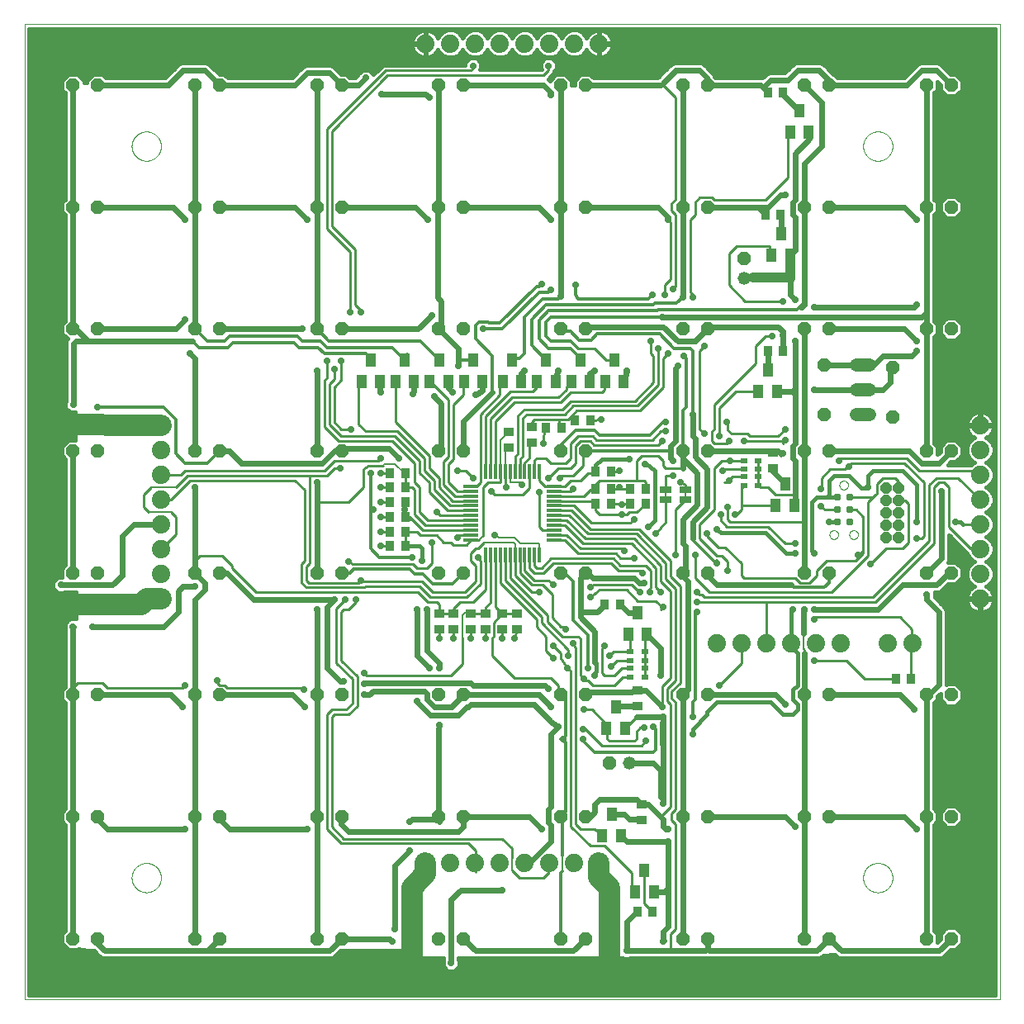
<source format=gtl>
G75*
%MOIN*%
%OFA0B0*%
%FSLAX25Y25*%
%IPPOS*%
%LPD*%
%AMOC8*
5,1,8,0,0,1.08239X$1,22.5*
%
%ADD10C,0.00000*%
%ADD11R,0.01181X0.05906*%
%ADD12R,0.05906X0.01181*%
%ADD13OC8,0.05200*%
%ADD14R,0.03937X0.05512*%
%ADD15OC8,0.04362*%
%ADD16R,0.03740X0.03937*%
%ADD17R,0.03937X0.03740*%
%ADD18C,0.07400*%
%ADD19C,0.05200*%
%ADD20R,0.03150X0.02362*%
%ADD21R,0.03150X0.01969*%
%ADD22C,0.05200*%
%ADD23C,0.00800*%
%ADD24R,0.05000X0.02500*%
%ADD25C,0.03100*%
%ADD26C,0.02400*%
%ADD27C,0.01000*%
%ADD28OC8,0.02700*%
%ADD29C,0.01200*%
%ADD30C,0.01600*%
%ADD31C,0.00787*%
%ADD32C,0.01181*%
%ADD33C,0.00906*%
%ADD34C,0.08600*%
%ADD35C,0.04000*%
D10*
X0028775Y0011058D02*
X0028775Y0404759D01*
X0422476Y0404759D01*
X0422476Y0011058D01*
X0028775Y0011058D01*
X0072081Y0060271D02*
X0072083Y0060424D01*
X0072089Y0060578D01*
X0072099Y0060731D01*
X0072113Y0060883D01*
X0072131Y0061036D01*
X0072153Y0061187D01*
X0072178Y0061338D01*
X0072208Y0061489D01*
X0072242Y0061639D01*
X0072279Y0061787D01*
X0072320Y0061935D01*
X0072365Y0062081D01*
X0072414Y0062227D01*
X0072467Y0062371D01*
X0072523Y0062513D01*
X0072583Y0062654D01*
X0072647Y0062794D01*
X0072714Y0062932D01*
X0072785Y0063068D01*
X0072860Y0063202D01*
X0072937Y0063334D01*
X0073019Y0063464D01*
X0073103Y0063592D01*
X0073191Y0063718D01*
X0073282Y0063841D01*
X0073376Y0063962D01*
X0073474Y0064080D01*
X0073574Y0064196D01*
X0073678Y0064309D01*
X0073784Y0064420D01*
X0073893Y0064528D01*
X0074005Y0064633D01*
X0074119Y0064734D01*
X0074237Y0064833D01*
X0074356Y0064929D01*
X0074478Y0065022D01*
X0074603Y0065111D01*
X0074730Y0065198D01*
X0074859Y0065280D01*
X0074990Y0065360D01*
X0075123Y0065436D01*
X0075258Y0065509D01*
X0075395Y0065578D01*
X0075534Y0065643D01*
X0075674Y0065705D01*
X0075816Y0065763D01*
X0075959Y0065818D01*
X0076104Y0065869D01*
X0076250Y0065916D01*
X0076397Y0065959D01*
X0076545Y0065998D01*
X0076694Y0066034D01*
X0076844Y0066065D01*
X0076995Y0066093D01*
X0077146Y0066117D01*
X0077299Y0066137D01*
X0077451Y0066153D01*
X0077604Y0066165D01*
X0077757Y0066173D01*
X0077910Y0066177D01*
X0078064Y0066177D01*
X0078217Y0066173D01*
X0078370Y0066165D01*
X0078523Y0066153D01*
X0078675Y0066137D01*
X0078828Y0066117D01*
X0078979Y0066093D01*
X0079130Y0066065D01*
X0079280Y0066034D01*
X0079429Y0065998D01*
X0079577Y0065959D01*
X0079724Y0065916D01*
X0079870Y0065869D01*
X0080015Y0065818D01*
X0080158Y0065763D01*
X0080300Y0065705D01*
X0080440Y0065643D01*
X0080579Y0065578D01*
X0080716Y0065509D01*
X0080851Y0065436D01*
X0080984Y0065360D01*
X0081115Y0065280D01*
X0081244Y0065198D01*
X0081371Y0065111D01*
X0081496Y0065022D01*
X0081618Y0064929D01*
X0081737Y0064833D01*
X0081855Y0064734D01*
X0081969Y0064633D01*
X0082081Y0064528D01*
X0082190Y0064420D01*
X0082296Y0064309D01*
X0082400Y0064196D01*
X0082500Y0064080D01*
X0082598Y0063962D01*
X0082692Y0063841D01*
X0082783Y0063718D01*
X0082871Y0063592D01*
X0082955Y0063464D01*
X0083037Y0063334D01*
X0083114Y0063202D01*
X0083189Y0063068D01*
X0083260Y0062932D01*
X0083327Y0062794D01*
X0083391Y0062654D01*
X0083451Y0062513D01*
X0083507Y0062371D01*
X0083560Y0062227D01*
X0083609Y0062081D01*
X0083654Y0061935D01*
X0083695Y0061787D01*
X0083732Y0061639D01*
X0083766Y0061489D01*
X0083796Y0061338D01*
X0083821Y0061187D01*
X0083843Y0061036D01*
X0083861Y0060883D01*
X0083875Y0060731D01*
X0083885Y0060578D01*
X0083891Y0060424D01*
X0083893Y0060271D01*
X0083891Y0060118D01*
X0083885Y0059964D01*
X0083875Y0059811D01*
X0083861Y0059659D01*
X0083843Y0059506D01*
X0083821Y0059355D01*
X0083796Y0059204D01*
X0083766Y0059053D01*
X0083732Y0058903D01*
X0083695Y0058755D01*
X0083654Y0058607D01*
X0083609Y0058461D01*
X0083560Y0058315D01*
X0083507Y0058171D01*
X0083451Y0058029D01*
X0083391Y0057888D01*
X0083327Y0057748D01*
X0083260Y0057610D01*
X0083189Y0057474D01*
X0083114Y0057340D01*
X0083037Y0057208D01*
X0082955Y0057078D01*
X0082871Y0056950D01*
X0082783Y0056824D01*
X0082692Y0056701D01*
X0082598Y0056580D01*
X0082500Y0056462D01*
X0082400Y0056346D01*
X0082296Y0056233D01*
X0082190Y0056122D01*
X0082081Y0056014D01*
X0081969Y0055909D01*
X0081855Y0055808D01*
X0081737Y0055709D01*
X0081618Y0055613D01*
X0081496Y0055520D01*
X0081371Y0055431D01*
X0081244Y0055344D01*
X0081115Y0055262D01*
X0080984Y0055182D01*
X0080851Y0055106D01*
X0080716Y0055033D01*
X0080579Y0054964D01*
X0080440Y0054899D01*
X0080300Y0054837D01*
X0080158Y0054779D01*
X0080015Y0054724D01*
X0079870Y0054673D01*
X0079724Y0054626D01*
X0079577Y0054583D01*
X0079429Y0054544D01*
X0079280Y0054508D01*
X0079130Y0054477D01*
X0078979Y0054449D01*
X0078828Y0054425D01*
X0078675Y0054405D01*
X0078523Y0054389D01*
X0078370Y0054377D01*
X0078217Y0054369D01*
X0078064Y0054365D01*
X0077910Y0054365D01*
X0077757Y0054369D01*
X0077604Y0054377D01*
X0077451Y0054389D01*
X0077299Y0054405D01*
X0077146Y0054425D01*
X0076995Y0054449D01*
X0076844Y0054477D01*
X0076694Y0054508D01*
X0076545Y0054544D01*
X0076397Y0054583D01*
X0076250Y0054626D01*
X0076104Y0054673D01*
X0075959Y0054724D01*
X0075816Y0054779D01*
X0075674Y0054837D01*
X0075534Y0054899D01*
X0075395Y0054964D01*
X0075258Y0055033D01*
X0075123Y0055106D01*
X0074990Y0055182D01*
X0074859Y0055262D01*
X0074730Y0055344D01*
X0074603Y0055431D01*
X0074478Y0055520D01*
X0074356Y0055613D01*
X0074237Y0055709D01*
X0074119Y0055808D01*
X0074005Y0055909D01*
X0073893Y0056014D01*
X0073784Y0056122D01*
X0073678Y0056233D01*
X0073574Y0056346D01*
X0073474Y0056462D01*
X0073376Y0056580D01*
X0073282Y0056701D01*
X0073191Y0056824D01*
X0073103Y0056950D01*
X0073019Y0057078D01*
X0072937Y0057208D01*
X0072860Y0057340D01*
X0072785Y0057474D01*
X0072714Y0057610D01*
X0072647Y0057748D01*
X0072583Y0057888D01*
X0072523Y0058029D01*
X0072467Y0058171D01*
X0072414Y0058315D01*
X0072365Y0058461D01*
X0072320Y0058607D01*
X0072279Y0058755D01*
X0072242Y0058903D01*
X0072208Y0059053D01*
X0072178Y0059204D01*
X0072153Y0059355D01*
X0072131Y0059506D01*
X0072113Y0059659D01*
X0072099Y0059811D01*
X0072089Y0059964D01*
X0072083Y0060118D01*
X0072081Y0060271D01*
X0353733Y0198735D02*
X0353735Y0198818D01*
X0353741Y0198901D01*
X0353751Y0198984D01*
X0353765Y0199066D01*
X0353782Y0199148D01*
X0353804Y0199228D01*
X0353829Y0199307D01*
X0353858Y0199385D01*
X0353891Y0199462D01*
X0353928Y0199537D01*
X0353967Y0199610D01*
X0354011Y0199681D01*
X0354057Y0199750D01*
X0354107Y0199817D01*
X0354160Y0199881D01*
X0354216Y0199943D01*
X0354275Y0200002D01*
X0354337Y0200058D01*
X0354401Y0200111D01*
X0354468Y0200161D01*
X0354537Y0200207D01*
X0354608Y0200251D01*
X0354681Y0200290D01*
X0354756Y0200327D01*
X0354833Y0200360D01*
X0354911Y0200389D01*
X0354990Y0200414D01*
X0355070Y0200436D01*
X0355152Y0200453D01*
X0355234Y0200467D01*
X0355317Y0200477D01*
X0355400Y0200483D01*
X0355483Y0200485D01*
X0355566Y0200483D01*
X0355649Y0200477D01*
X0355732Y0200467D01*
X0355814Y0200453D01*
X0355896Y0200436D01*
X0355976Y0200414D01*
X0356055Y0200389D01*
X0356133Y0200360D01*
X0356210Y0200327D01*
X0356285Y0200290D01*
X0356358Y0200251D01*
X0356429Y0200207D01*
X0356498Y0200161D01*
X0356565Y0200111D01*
X0356629Y0200058D01*
X0356691Y0200002D01*
X0356750Y0199943D01*
X0356806Y0199881D01*
X0356859Y0199817D01*
X0356909Y0199750D01*
X0356955Y0199681D01*
X0356999Y0199610D01*
X0357038Y0199537D01*
X0357075Y0199462D01*
X0357108Y0199385D01*
X0357137Y0199307D01*
X0357162Y0199228D01*
X0357184Y0199148D01*
X0357201Y0199066D01*
X0357215Y0198984D01*
X0357225Y0198901D01*
X0357231Y0198818D01*
X0357233Y0198735D01*
X0357231Y0198652D01*
X0357225Y0198569D01*
X0357215Y0198486D01*
X0357201Y0198404D01*
X0357184Y0198322D01*
X0357162Y0198242D01*
X0357137Y0198163D01*
X0357108Y0198085D01*
X0357075Y0198008D01*
X0357038Y0197933D01*
X0356999Y0197860D01*
X0356955Y0197789D01*
X0356909Y0197720D01*
X0356859Y0197653D01*
X0356806Y0197589D01*
X0356750Y0197527D01*
X0356691Y0197468D01*
X0356629Y0197412D01*
X0356565Y0197359D01*
X0356498Y0197309D01*
X0356429Y0197263D01*
X0356358Y0197219D01*
X0356285Y0197180D01*
X0356210Y0197143D01*
X0356133Y0197110D01*
X0356055Y0197081D01*
X0355976Y0197056D01*
X0355896Y0197034D01*
X0355814Y0197017D01*
X0355732Y0197003D01*
X0355649Y0196993D01*
X0355566Y0196987D01*
X0355483Y0196985D01*
X0355400Y0196987D01*
X0355317Y0196993D01*
X0355234Y0197003D01*
X0355152Y0197017D01*
X0355070Y0197034D01*
X0354990Y0197056D01*
X0354911Y0197081D01*
X0354833Y0197110D01*
X0354756Y0197143D01*
X0354681Y0197180D01*
X0354608Y0197219D01*
X0354537Y0197263D01*
X0354468Y0197309D01*
X0354401Y0197359D01*
X0354337Y0197412D01*
X0354275Y0197468D01*
X0354216Y0197527D01*
X0354160Y0197589D01*
X0354107Y0197653D01*
X0354057Y0197720D01*
X0354011Y0197789D01*
X0353967Y0197860D01*
X0353928Y0197933D01*
X0353891Y0198008D01*
X0353858Y0198085D01*
X0353829Y0198163D01*
X0353804Y0198242D01*
X0353782Y0198322D01*
X0353765Y0198404D01*
X0353751Y0198486D01*
X0353741Y0198569D01*
X0353735Y0198652D01*
X0353733Y0198735D01*
X0361733Y0198735D02*
X0361735Y0198818D01*
X0361741Y0198901D01*
X0361751Y0198984D01*
X0361765Y0199066D01*
X0361782Y0199148D01*
X0361804Y0199228D01*
X0361829Y0199307D01*
X0361858Y0199385D01*
X0361891Y0199462D01*
X0361928Y0199537D01*
X0361967Y0199610D01*
X0362011Y0199681D01*
X0362057Y0199750D01*
X0362107Y0199817D01*
X0362160Y0199881D01*
X0362216Y0199943D01*
X0362275Y0200002D01*
X0362337Y0200058D01*
X0362401Y0200111D01*
X0362468Y0200161D01*
X0362537Y0200207D01*
X0362608Y0200251D01*
X0362681Y0200290D01*
X0362756Y0200327D01*
X0362833Y0200360D01*
X0362911Y0200389D01*
X0362990Y0200414D01*
X0363070Y0200436D01*
X0363152Y0200453D01*
X0363234Y0200467D01*
X0363317Y0200477D01*
X0363400Y0200483D01*
X0363483Y0200485D01*
X0363566Y0200483D01*
X0363649Y0200477D01*
X0363732Y0200467D01*
X0363814Y0200453D01*
X0363896Y0200436D01*
X0363976Y0200414D01*
X0364055Y0200389D01*
X0364133Y0200360D01*
X0364210Y0200327D01*
X0364285Y0200290D01*
X0364358Y0200251D01*
X0364429Y0200207D01*
X0364498Y0200161D01*
X0364565Y0200111D01*
X0364629Y0200058D01*
X0364691Y0200002D01*
X0364750Y0199943D01*
X0364806Y0199881D01*
X0364859Y0199817D01*
X0364909Y0199750D01*
X0364955Y0199681D01*
X0364999Y0199610D01*
X0365038Y0199537D01*
X0365075Y0199462D01*
X0365108Y0199385D01*
X0365137Y0199307D01*
X0365162Y0199228D01*
X0365184Y0199148D01*
X0365201Y0199066D01*
X0365215Y0198984D01*
X0365225Y0198901D01*
X0365231Y0198818D01*
X0365233Y0198735D01*
X0365231Y0198652D01*
X0365225Y0198569D01*
X0365215Y0198486D01*
X0365201Y0198404D01*
X0365184Y0198322D01*
X0365162Y0198242D01*
X0365137Y0198163D01*
X0365108Y0198085D01*
X0365075Y0198008D01*
X0365038Y0197933D01*
X0364999Y0197860D01*
X0364955Y0197789D01*
X0364909Y0197720D01*
X0364859Y0197653D01*
X0364806Y0197589D01*
X0364750Y0197527D01*
X0364691Y0197468D01*
X0364629Y0197412D01*
X0364565Y0197359D01*
X0364498Y0197309D01*
X0364429Y0197263D01*
X0364358Y0197219D01*
X0364285Y0197180D01*
X0364210Y0197143D01*
X0364133Y0197110D01*
X0364055Y0197081D01*
X0363976Y0197056D01*
X0363896Y0197034D01*
X0363814Y0197017D01*
X0363732Y0197003D01*
X0363649Y0196993D01*
X0363566Y0196987D01*
X0363483Y0196985D01*
X0363400Y0196987D01*
X0363317Y0196993D01*
X0363234Y0197003D01*
X0363152Y0197017D01*
X0363070Y0197034D01*
X0362990Y0197056D01*
X0362911Y0197081D01*
X0362833Y0197110D01*
X0362756Y0197143D01*
X0362681Y0197180D01*
X0362608Y0197219D01*
X0362537Y0197263D01*
X0362468Y0197309D01*
X0362401Y0197359D01*
X0362337Y0197412D01*
X0362275Y0197468D01*
X0362216Y0197527D01*
X0362160Y0197589D01*
X0362107Y0197653D01*
X0362057Y0197720D01*
X0362011Y0197789D01*
X0361967Y0197860D01*
X0361928Y0197933D01*
X0361891Y0198008D01*
X0361858Y0198085D01*
X0361829Y0198163D01*
X0361804Y0198242D01*
X0361782Y0198322D01*
X0361765Y0198404D01*
X0361751Y0198486D01*
X0361741Y0198569D01*
X0361735Y0198652D01*
X0361733Y0198735D01*
X0357733Y0218735D02*
X0357735Y0218818D01*
X0357741Y0218901D01*
X0357751Y0218984D01*
X0357765Y0219066D01*
X0357782Y0219148D01*
X0357804Y0219228D01*
X0357829Y0219307D01*
X0357858Y0219385D01*
X0357891Y0219462D01*
X0357928Y0219537D01*
X0357967Y0219610D01*
X0358011Y0219681D01*
X0358057Y0219750D01*
X0358107Y0219817D01*
X0358160Y0219881D01*
X0358216Y0219943D01*
X0358275Y0220002D01*
X0358337Y0220058D01*
X0358401Y0220111D01*
X0358468Y0220161D01*
X0358537Y0220207D01*
X0358608Y0220251D01*
X0358681Y0220290D01*
X0358756Y0220327D01*
X0358833Y0220360D01*
X0358911Y0220389D01*
X0358990Y0220414D01*
X0359070Y0220436D01*
X0359152Y0220453D01*
X0359234Y0220467D01*
X0359317Y0220477D01*
X0359400Y0220483D01*
X0359483Y0220485D01*
X0359566Y0220483D01*
X0359649Y0220477D01*
X0359732Y0220467D01*
X0359814Y0220453D01*
X0359896Y0220436D01*
X0359976Y0220414D01*
X0360055Y0220389D01*
X0360133Y0220360D01*
X0360210Y0220327D01*
X0360285Y0220290D01*
X0360358Y0220251D01*
X0360429Y0220207D01*
X0360498Y0220161D01*
X0360565Y0220111D01*
X0360629Y0220058D01*
X0360691Y0220002D01*
X0360750Y0219943D01*
X0360806Y0219881D01*
X0360859Y0219817D01*
X0360909Y0219750D01*
X0360955Y0219681D01*
X0360999Y0219610D01*
X0361038Y0219537D01*
X0361075Y0219462D01*
X0361108Y0219385D01*
X0361137Y0219307D01*
X0361162Y0219228D01*
X0361184Y0219148D01*
X0361201Y0219066D01*
X0361215Y0218984D01*
X0361225Y0218901D01*
X0361231Y0218818D01*
X0361233Y0218735D01*
X0361231Y0218652D01*
X0361225Y0218569D01*
X0361215Y0218486D01*
X0361201Y0218404D01*
X0361184Y0218322D01*
X0361162Y0218242D01*
X0361137Y0218163D01*
X0361108Y0218085D01*
X0361075Y0218008D01*
X0361038Y0217933D01*
X0360999Y0217860D01*
X0360955Y0217789D01*
X0360909Y0217720D01*
X0360859Y0217653D01*
X0360806Y0217589D01*
X0360750Y0217527D01*
X0360691Y0217468D01*
X0360629Y0217412D01*
X0360565Y0217359D01*
X0360498Y0217309D01*
X0360429Y0217263D01*
X0360358Y0217219D01*
X0360285Y0217180D01*
X0360210Y0217143D01*
X0360133Y0217110D01*
X0360055Y0217081D01*
X0359976Y0217056D01*
X0359896Y0217034D01*
X0359814Y0217017D01*
X0359732Y0217003D01*
X0359649Y0216993D01*
X0359566Y0216987D01*
X0359483Y0216985D01*
X0359400Y0216987D01*
X0359317Y0216993D01*
X0359234Y0217003D01*
X0359152Y0217017D01*
X0359070Y0217034D01*
X0358990Y0217056D01*
X0358911Y0217081D01*
X0358833Y0217110D01*
X0358756Y0217143D01*
X0358681Y0217180D01*
X0358608Y0217219D01*
X0358537Y0217263D01*
X0358468Y0217309D01*
X0358401Y0217359D01*
X0358337Y0217412D01*
X0358275Y0217468D01*
X0358216Y0217527D01*
X0358160Y0217589D01*
X0358107Y0217653D01*
X0358057Y0217720D01*
X0358011Y0217789D01*
X0357967Y0217860D01*
X0357928Y0217933D01*
X0357891Y0218008D01*
X0357858Y0218085D01*
X0357829Y0218163D01*
X0357804Y0218242D01*
X0357782Y0218322D01*
X0357765Y0218404D01*
X0357751Y0218486D01*
X0357741Y0218569D01*
X0357735Y0218652D01*
X0357733Y0218735D01*
X0367357Y0355546D02*
X0367359Y0355699D01*
X0367365Y0355853D01*
X0367375Y0356006D01*
X0367389Y0356158D01*
X0367407Y0356311D01*
X0367429Y0356462D01*
X0367454Y0356613D01*
X0367484Y0356764D01*
X0367518Y0356914D01*
X0367555Y0357062D01*
X0367596Y0357210D01*
X0367641Y0357356D01*
X0367690Y0357502D01*
X0367743Y0357646D01*
X0367799Y0357788D01*
X0367859Y0357929D01*
X0367923Y0358069D01*
X0367990Y0358207D01*
X0368061Y0358343D01*
X0368136Y0358477D01*
X0368213Y0358609D01*
X0368295Y0358739D01*
X0368379Y0358867D01*
X0368467Y0358993D01*
X0368558Y0359116D01*
X0368652Y0359237D01*
X0368750Y0359355D01*
X0368850Y0359471D01*
X0368954Y0359584D01*
X0369060Y0359695D01*
X0369169Y0359803D01*
X0369281Y0359908D01*
X0369395Y0360009D01*
X0369513Y0360108D01*
X0369632Y0360204D01*
X0369754Y0360297D01*
X0369879Y0360386D01*
X0370006Y0360473D01*
X0370135Y0360555D01*
X0370266Y0360635D01*
X0370399Y0360711D01*
X0370534Y0360784D01*
X0370671Y0360853D01*
X0370810Y0360918D01*
X0370950Y0360980D01*
X0371092Y0361038D01*
X0371235Y0361093D01*
X0371380Y0361144D01*
X0371526Y0361191D01*
X0371673Y0361234D01*
X0371821Y0361273D01*
X0371970Y0361309D01*
X0372120Y0361340D01*
X0372271Y0361368D01*
X0372422Y0361392D01*
X0372575Y0361412D01*
X0372727Y0361428D01*
X0372880Y0361440D01*
X0373033Y0361448D01*
X0373186Y0361452D01*
X0373340Y0361452D01*
X0373493Y0361448D01*
X0373646Y0361440D01*
X0373799Y0361428D01*
X0373951Y0361412D01*
X0374104Y0361392D01*
X0374255Y0361368D01*
X0374406Y0361340D01*
X0374556Y0361309D01*
X0374705Y0361273D01*
X0374853Y0361234D01*
X0375000Y0361191D01*
X0375146Y0361144D01*
X0375291Y0361093D01*
X0375434Y0361038D01*
X0375576Y0360980D01*
X0375716Y0360918D01*
X0375855Y0360853D01*
X0375992Y0360784D01*
X0376127Y0360711D01*
X0376260Y0360635D01*
X0376391Y0360555D01*
X0376520Y0360473D01*
X0376647Y0360386D01*
X0376772Y0360297D01*
X0376894Y0360204D01*
X0377013Y0360108D01*
X0377131Y0360009D01*
X0377245Y0359908D01*
X0377357Y0359803D01*
X0377466Y0359695D01*
X0377572Y0359584D01*
X0377676Y0359471D01*
X0377776Y0359355D01*
X0377874Y0359237D01*
X0377968Y0359116D01*
X0378059Y0358993D01*
X0378147Y0358867D01*
X0378231Y0358739D01*
X0378313Y0358609D01*
X0378390Y0358477D01*
X0378465Y0358343D01*
X0378536Y0358207D01*
X0378603Y0358069D01*
X0378667Y0357929D01*
X0378727Y0357788D01*
X0378783Y0357646D01*
X0378836Y0357502D01*
X0378885Y0357356D01*
X0378930Y0357210D01*
X0378971Y0357062D01*
X0379008Y0356914D01*
X0379042Y0356764D01*
X0379072Y0356613D01*
X0379097Y0356462D01*
X0379119Y0356311D01*
X0379137Y0356158D01*
X0379151Y0356006D01*
X0379161Y0355853D01*
X0379167Y0355699D01*
X0379169Y0355546D01*
X0379167Y0355393D01*
X0379161Y0355239D01*
X0379151Y0355086D01*
X0379137Y0354934D01*
X0379119Y0354781D01*
X0379097Y0354630D01*
X0379072Y0354479D01*
X0379042Y0354328D01*
X0379008Y0354178D01*
X0378971Y0354030D01*
X0378930Y0353882D01*
X0378885Y0353736D01*
X0378836Y0353590D01*
X0378783Y0353446D01*
X0378727Y0353304D01*
X0378667Y0353163D01*
X0378603Y0353023D01*
X0378536Y0352885D01*
X0378465Y0352749D01*
X0378390Y0352615D01*
X0378313Y0352483D01*
X0378231Y0352353D01*
X0378147Y0352225D01*
X0378059Y0352099D01*
X0377968Y0351976D01*
X0377874Y0351855D01*
X0377776Y0351737D01*
X0377676Y0351621D01*
X0377572Y0351508D01*
X0377466Y0351397D01*
X0377357Y0351289D01*
X0377245Y0351184D01*
X0377131Y0351083D01*
X0377013Y0350984D01*
X0376894Y0350888D01*
X0376772Y0350795D01*
X0376647Y0350706D01*
X0376520Y0350619D01*
X0376391Y0350537D01*
X0376260Y0350457D01*
X0376127Y0350381D01*
X0375992Y0350308D01*
X0375855Y0350239D01*
X0375716Y0350174D01*
X0375576Y0350112D01*
X0375434Y0350054D01*
X0375291Y0349999D01*
X0375146Y0349948D01*
X0375000Y0349901D01*
X0374853Y0349858D01*
X0374705Y0349819D01*
X0374556Y0349783D01*
X0374406Y0349752D01*
X0374255Y0349724D01*
X0374104Y0349700D01*
X0373951Y0349680D01*
X0373799Y0349664D01*
X0373646Y0349652D01*
X0373493Y0349644D01*
X0373340Y0349640D01*
X0373186Y0349640D01*
X0373033Y0349644D01*
X0372880Y0349652D01*
X0372727Y0349664D01*
X0372575Y0349680D01*
X0372422Y0349700D01*
X0372271Y0349724D01*
X0372120Y0349752D01*
X0371970Y0349783D01*
X0371821Y0349819D01*
X0371673Y0349858D01*
X0371526Y0349901D01*
X0371380Y0349948D01*
X0371235Y0349999D01*
X0371092Y0350054D01*
X0370950Y0350112D01*
X0370810Y0350174D01*
X0370671Y0350239D01*
X0370534Y0350308D01*
X0370399Y0350381D01*
X0370266Y0350457D01*
X0370135Y0350537D01*
X0370006Y0350619D01*
X0369879Y0350706D01*
X0369754Y0350795D01*
X0369632Y0350888D01*
X0369513Y0350984D01*
X0369395Y0351083D01*
X0369281Y0351184D01*
X0369169Y0351289D01*
X0369060Y0351397D01*
X0368954Y0351508D01*
X0368850Y0351621D01*
X0368750Y0351737D01*
X0368652Y0351855D01*
X0368558Y0351976D01*
X0368467Y0352099D01*
X0368379Y0352225D01*
X0368295Y0352353D01*
X0368213Y0352483D01*
X0368136Y0352615D01*
X0368061Y0352749D01*
X0367990Y0352885D01*
X0367923Y0353023D01*
X0367859Y0353163D01*
X0367799Y0353304D01*
X0367743Y0353446D01*
X0367690Y0353590D01*
X0367641Y0353736D01*
X0367596Y0353882D01*
X0367555Y0354030D01*
X0367518Y0354178D01*
X0367484Y0354328D01*
X0367454Y0354479D01*
X0367429Y0354630D01*
X0367407Y0354781D01*
X0367389Y0354934D01*
X0367375Y0355086D01*
X0367365Y0355239D01*
X0367359Y0355393D01*
X0367357Y0355546D01*
X0072081Y0355546D02*
X0072083Y0355699D01*
X0072089Y0355853D01*
X0072099Y0356006D01*
X0072113Y0356158D01*
X0072131Y0356311D01*
X0072153Y0356462D01*
X0072178Y0356613D01*
X0072208Y0356764D01*
X0072242Y0356914D01*
X0072279Y0357062D01*
X0072320Y0357210D01*
X0072365Y0357356D01*
X0072414Y0357502D01*
X0072467Y0357646D01*
X0072523Y0357788D01*
X0072583Y0357929D01*
X0072647Y0358069D01*
X0072714Y0358207D01*
X0072785Y0358343D01*
X0072860Y0358477D01*
X0072937Y0358609D01*
X0073019Y0358739D01*
X0073103Y0358867D01*
X0073191Y0358993D01*
X0073282Y0359116D01*
X0073376Y0359237D01*
X0073474Y0359355D01*
X0073574Y0359471D01*
X0073678Y0359584D01*
X0073784Y0359695D01*
X0073893Y0359803D01*
X0074005Y0359908D01*
X0074119Y0360009D01*
X0074237Y0360108D01*
X0074356Y0360204D01*
X0074478Y0360297D01*
X0074603Y0360386D01*
X0074730Y0360473D01*
X0074859Y0360555D01*
X0074990Y0360635D01*
X0075123Y0360711D01*
X0075258Y0360784D01*
X0075395Y0360853D01*
X0075534Y0360918D01*
X0075674Y0360980D01*
X0075816Y0361038D01*
X0075959Y0361093D01*
X0076104Y0361144D01*
X0076250Y0361191D01*
X0076397Y0361234D01*
X0076545Y0361273D01*
X0076694Y0361309D01*
X0076844Y0361340D01*
X0076995Y0361368D01*
X0077146Y0361392D01*
X0077299Y0361412D01*
X0077451Y0361428D01*
X0077604Y0361440D01*
X0077757Y0361448D01*
X0077910Y0361452D01*
X0078064Y0361452D01*
X0078217Y0361448D01*
X0078370Y0361440D01*
X0078523Y0361428D01*
X0078675Y0361412D01*
X0078828Y0361392D01*
X0078979Y0361368D01*
X0079130Y0361340D01*
X0079280Y0361309D01*
X0079429Y0361273D01*
X0079577Y0361234D01*
X0079724Y0361191D01*
X0079870Y0361144D01*
X0080015Y0361093D01*
X0080158Y0361038D01*
X0080300Y0360980D01*
X0080440Y0360918D01*
X0080579Y0360853D01*
X0080716Y0360784D01*
X0080851Y0360711D01*
X0080984Y0360635D01*
X0081115Y0360555D01*
X0081244Y0360473D01*
X0081371Y0360386D01*
X0081496Y0360297D01*
X0081618Y0360204D01*
X0081737Y0360108D01*
X0081855Y0360009D01*
X0081969Y0359908D01*
X0082081Y0359803D01*
X0082190Y0359695D01*
X0082296Y0359584D01*
X0082400Y0359471D01*
X0082500Y0359355D01*
X0082598Y0359237D01*
X0082692Y0359116D01*
X0082783Y0358993D01*
X0082871Y0358867D01*
X0082955Y0358739D01*
X0083037Y0358609D01*
X0083114Y0358477D01*
X0083189Y0358343D01*
X0083260Y0358207D01*
X0083327Y0358069D01*
X0083391Y0357929D01*
X0083451Y0357788D01*
X0083507Y0357646D01*
X0083560Y0357502D01*
X0083609Y0357356D01*
X0083654Y0357210D01*
X0083695Y0357062D01*
X0083732Y0356914D01*
X0083766Y0356764D01*
X0083796Y0356613D01*
X0083821Y0356462D01*
X0083843Y0356311D01*
X0083861Y0356158D01*
X0083875Y0356006D01*
X0083885Y0355853D01*
X0083891Y0355699D01*
X0083893Y0355546D01*
X0083891Y0355393D01*
X0083885Y0355239D01*
X0083875Y0355086D01*
X0083861Y0354934D01*
X0083843Y0354781D01*
X0083821Y0354630D01*
X0083796Y0354479D01*
X0083766Y0354328D01*
X0083732Y0354178D01*
X0083695Y0354030D01*
X0083654Y0353882D01*
X0083609Y0353736D01*
X0083560Y0353590D01*
X0083507Y0353446D01*
X0083451Y0353304D01*
X0083391Y0353163D01*
X0083327Y0353023D01*
X0083260Y0352885D01*
X0083189Y0352749D01*
X0083114Y0352615D01*
X0083037Y0352483D01*
X0082955Y0352353D01*
X0082871Y0352225D01*
X0082783Y0352099D01*
X0082692Y0351976D01*
X0082598Y0351855D01*
X0082500Y0351737D01*
X0082400Y0351621D01*
X0082296Y0351508D01*
X0082190Y0351397D01*
X0082081Y0351289D01*
X0081969Y0351184D01*
X0081855Y0351083D01*
X0081737Y0350984D01*
X0081618Y0350888D01*
X0081496Y0350795D01*
X0081371Y0350706D01*
X0081244Y0350619D01*
X0081115Y0350537D01*
X0080984Y0350457D01*
X0080851Y0350381D01*
X0080716Y0350308D01*
X0080579Y0350239D01*
X0080440Y0350174D01*
X0080300Y0350112D01*
X0080158Y0350054D01*
X0080015Y0349999D01*
X0079870Y0349948D01*
X0079724Y0349901D01*
X0079577Y0349858D01*
X0079429Y0349819D01*
X0079280Y0349783D01*
X0079130Y0349752D01*
X0078979Y0349724D01*
X0078828Y0349700D01*
X0078675Y0349680D01*
X0078523Y0349664D01*
X0078370Y0349652D01*
X0078217Y0349644D01*
X0078064Y0349640D01*
X0077910Y0349640D01*
X0077757Y0349644D01*
X0077604Y0349652D01*
X0077451Y0349664D01*
X0077299Y0349680D01*
X0077146Y0349700D01*
X0076995Y0349724D01*
X0076844Y0349752D01*
X0076694Y0349783D01*
X0076545Y0349819D01*
X0076397Y0349858D01*
X0076250Y0349901D01*
X0076104Y0349948D01*
X0075959Y0349999D01*
X0075816Y0350054D01*
X0075674Y0350112D01*
X0075534Y0350174D01*
X0075395Y0350239D01*
X0075258Y0350308D01*
X0075123Y0350381D01*
X0074990Y0350457D01*
X0074859Y0350537D01*
X0074730Y0350619D01*
X0074603Y0350706D01*
X0074478Y0350795D01*
X0074356Y0350888D01*
X0074237Y0350984D01*
X0074119Y0351083D01*
X0074005Y0351184D01*
X0073893Y0351289D01*
X0073784Y0351397D01*
X0073678Y0351508D01*
X0073574Y0351621D01*
X0073474Y0351737D01*
X0073376Y0351855D01*
X0073282Y0351976D01*
X0073191Y0352099D01*
X0073103Y0352225D01*
X0073019Y0352353D01*
X0072937Y0352483D01*
X0072860Y0352615D01*
X0072785Y0352749D01*
X0072714Y0352885D01*
X0072647Y0353023D01*
X0072583Y0353163D01*
X0072523Y0353304D01*
X0072467Y0353446D01*
X0072414Y0353590D01*
X0072365Y0353736D01*
X0072320Y0353882D01*
X0072279Y0354030D01*
X0072242Y0354178D01*
X0072208Y0354328D01*
X0072178Y0354479D01*
X0072153Y0354630D01*
X0072131Y0354781D01*
X0072113Y0354934D01*
X0072099Y0355086D01*
X0072089Y0355239D01*
X0072083Y0355393D01*
X0072081Y0355546D01*
X0367357Y0060271D02*
X0367359Y0060424D01*
X0367365Y0060578D01*
X0367375Y0060731D01*
X0367389Y0060883D01*
X0367407Y0061036D01*
X0367429Y0061187D01*
X0367454Y0061338D01*
X0367484Y0061489D01*
X0367518Y0061639D01*
X0367555Y0061787D01*
X0367596Y0061935D01*
X0367641Y0062081D01*
X0367690Y0062227D01*
X0367743Y0062371D01*
X0367799Y0062513D01*
X0367859Y0062654D01*
X0367923Y0062794D01*
X0367990Y0062932D01*
X0368061Y0063068D01*
X0368136Y0063202D01*
X0368213Y0063334D01*
X0368295Y0063464D01*
X0368379Y0063592D01*
X0368467Y0063718D01*
X0368558Y0063841D01*
X0368652Y0063962D01*
X0368750Y0064080D01*
X0368850Y0064196D01*
X0368954Y0064309D01*
X0369060Y0064420D01*
X0369169Y0064528D01*
X0369281Y0064633D01*
X0369395Y0064734D01*
X0369513Y0064833D01*
X0369632Y0064929D01*
X0369754Y0065022D01*
X0369879Y0065111D01*
X0370006Y0065198D01*
X0370135Y0065280D01*
X0370266Y0065360D01*
X0370399Y0065436D01*
X0370534Y0065509D01*
X0370671Y0065578D01*
X0370810Y0065643D01*
X0370950Y0065705D01*
X0371092Y0065763D01*
X0371235Y0065818D01*
X0371380Y0065869D01*
X0371526Y0065916D01*
X0371673Y0065959D01*
X0371821Y0065998D01*
X0371970Y0066034D01*
X0372120Y0066065D01*
X0372271Y0066093D01*
X0372422Y0066117D01*
X0372575Y0066137D01*
X0372727Y0066153D01*
X0372880Y0066165D01*
X0373033Y0066173D01*
X0373186Y0066177D01*
X0373340Y0066177D01*
X0373493Y0066173D01*
X0373646Y0066165D01*
X0373799Y0066153D01*
X0373951Y0066137D01*
X0374104Y0066117D01*
X0374255Y0066093D01*
X0374406Y0066065D01*
X0374556Y0066034D01*
X0374705Y0065998D01*
X0374853Y0065959D01*
X0375000Y0065916D01*
X0375146Y0065869D01*
X0375291Y0065818D01*
X0375434Y0065763D01*
X0375576Y0065705D01*
X0375716Y0065643D01*
X0375855Y0065578D01*
X0375992Y0065509D01*
X0376127Y0065436D01*
X0376260Y0065360D01*
X0376391Y0065280D01*
X0376520Y0065198D01*
X0376647Y0065111D01*
X0376772Y0065022D01*
X0376894Y0064929D01*
X0377013Y0064833D01*
X0377131Y0064734D01*
X0377245Y0064633D01*
X0377357Y0064528D01*
X0377466Y0064420D01*
X0377572Y0064309D01*
X0377676Y0064196D01*
X0377776Y0064080D01*
X0377874Y0063962D01*
X0377968Y0063841D01*
X0378059Y0063718D01*
X0378147Y0063592D01*
X0378231Y0063464D01*
X0378313Y0063334D01*
X0378390Y0063202D01*
X0378465Y0063068D01*
X0378536Y0062932D01*
X0378603Y0062794D01*
X0378667Y0062654D01*
X0378727Y0062513D01*
X0378783Y0062371D01*
X0378836Y0062227D01*
X0378885Y0062081D01*
X0378930Y0061935D01*
X0378971Y0061787D01*
X0379008Y0061639D01*
X0379042Y0061489D01*
X0379072Y0061338D01*
X0379097Y0061187D01*
X0379119Y0061036D01*
X0379137Y0060883D01*
X0379151Y0060731D01*
X0379161Y0060578D01*
X0379167Y0060424D01*
X0379169Y0060271D01*
X0379167Y0060118D01*
X0379161Y0059964D01*
X0379151Y0059811D01*
X0379137Y0059659D01*
X0379119Y0059506D01*
X0379097Y0059355D01*
X0379072Y0059204D01*
X0379042Y0059053D01*
X0379008Y0058903D01*
X0378971Y0058755D01*
X0378930Y0058607D01*
X0378885Y0058461D01*
X0378836Y0058315D01*
X0378783Y0058171D01*
X0378727Y0058029D01*
X0378667Y0057888D01*
X0378603Y0057748D01*
X0378536Y0057610D01*
X0378465Y0057474D01*
X0378390Y0057340D01*
X0378313Y0057208D01*
X0378231Y0057078D01*
X0378147Y0056950D01*
X0378059Y0056824D01*
X0377968Y0056701D01*
X0377874Y0056580D01*
X0377776Y0056462D01*
X0377676Y0056346D01*
X0377572Y0056233D01*
X0377466Y0056122D01*
X0377357Y0056014D01*
X0377245Y0055909D01*
X0377131Y0055808D01*
X0377013Y0055709D01*
X0376894Y0055613D01*
X0376772Y0055520D01*
X0376647Y0055431D01*
X0376520Y0055344D01*
X0376391Y0055262D01*
X0376260Y0055182D01*
X0376127Y0055106D01*
X0375992Y0055033D01*
X0375855Y0054964D01*
X0375716Y0054899D01*
X0375576Y0054837D01*
X0375434Y0054779D01*
X0375291Y0054724D01*
X0375146Y0054673D01*
X0375000Y0054626D01*
X0374853Y0054583D01*
X0374705Y0054544D01*
X0374556Y0054508D01*
X0374406Y0054477D01*
X0374255Y0054449D01*
X0374104Y0054425D01*
X0373951Y0054405D01*
X0373799Y0054389D01*
X0373646Y0054377D01*
X0373493Y0054369D01*
X0373340Y0054365D01*
X0373186Y0054365D01*
X0373033Y0054369D01*
X0372880Y0054377D01*
X0372727Y0054389D01*
X0372575Y0054405D01*
X0372422Y0054425D01*
X0372271Y0054449D01*
X0372120Y0054477D01*
X0371970Y0054508D01*
X0371821Y0054544D01*
X0371673Y0054583D01*
X0371526Y0054626D01*
X0371380Y0054673D01*
X0371235Y0054724D01*
X0371092Y0054779D01*
X0370950Y0054837D01*
X0370810Y0054899D01*
X0370671Y0054964D01*
X0370534Y0055033D01*
X0370399Y0055106D01*
X0370266Y0055182D01*
X0370135Y0055262D01*
X0370006Y0055344D01*
X0369879Y0055431D01*
X0369754Y0055520D01*
X0369632Y0055613D01*
X0369513Y0055709D01*
X0369395Y0055808D01*
X0369281Y0055909D01*
X0369169Y0056014D01*
X0369060Y0056122D01*
X0368954Y0056233D01*
X0368850Y0056346D01*
X0368750Y0056462D01*
X0368652Y0056580D01*
X0368558Y0056701D01*
X0368467Y0056824D01*
X0368379Y0056950D01*
X0368295Y0057078D01*
X0368213Y0057208D01*
X0368136Y0057340D01*
X0368061Y0057474D01*
X0367990Y0057610D01*
X0367923Y0057748D01*
X0367859Y0057888D01*
X0367799Y0058029D01*
X0367743Y0058171D01*
X0367690Y0058315D01*
X0367641Y0058461D01*
X0367596Y0058607D01*
X0367555Y0058755D01*
X0367518Y0058903D01*
X0367484Y0059053D01*
X0367454Y0059204D01*
X0367429Y0059355D01*
X0367407Y0059506D01*
X0367389Y0059659D01*
X0367375Y0059811D01*
X0367365Y0059964D01*
X0367359Y0060118D01*
X0367357Y0060271D01*
D11*
X0236649Y0190704D03*
X0234680Y0190704D03*
X0232712Y0190704D03*
X0230743Y0190704D03*
X0228775Y0190704D03*
X0226806Y0190704D03*
X0224838Y0190704D03*
X0222869Y0190704D03*
X0220901Y0190704D03*
X0218932Y0190704D03*
X0216964Y0190704D03*
X0214995Y0190704D03*
X0214995Y0224169D03*
X0216964Y0224169D03*
X0218932Y0224169D03*
X0220901Y0224169D03*
X0222869Y0224169D03*
X0224838Y0224169D03*
X0226806Y0224169D03*
X0228775Y0224169D03*
X0230743Y0224169D03*
X0232712Y0224169D03*
X0234680Y0224169D03*
X0236649Y0224169D03*
D12*
X0242554Y0218263D03*
X0242554Y0216294D03*
X0242554Y0214326D03*
X0242554Y0212357D03*
X0242554Y0210389D03*
X0242554Y0208420D03*
X0242554Y0206452D03*
X0242554Y0204483D03*
X0242554Y0202515D03*
X0242554Y0200546D03*
X0242554Y0198578D03*
X0242554Y0196609D03*
X0209090Y0196609D03*
X0209090Y0198578D03*
X0209090Y0200546D03*
X0209090Y0202515D03*
X0209090Y0204483D03*
X0209090Y0206452D03*
X0209090Y0208420D03*
X0209090Y0210389D03*
X0209090Y0212357D03*
X0209090Y0214326D03*
X0209090Y0216294D03*
X0209090Y0218263D03*
D13*
X0206019Y0232515D03*
X0196019Y0232515D03*
X0156806Y0232515D03*
X0146806Y0232515D03*
X0107594Y0232515D03*
X0097594Y0232515D03*
X0058381Y0232515D03*
X0048381Y0232515D03*
X0048381Y0281728D03*
X0058381Y0281728D03*
X0097594Y0281728D03*
X0107594Y0281728D03*
X0146806Y0281728D03*
X0156806Y0281728D03*
X0196019Y0281728D03*
X0206019Y0281728D03*
X0245231Y0281728D03*
X0255231Y0281728D03*
X0294444Y0281728D03*
X0304444Y0281728D03*
X0319129Y0310334D03*
X0304444Y0330940D03*
X0294444Y0330940D03*
X0255231Y0330940D03*
X0245231Y0330940D03*
X0206019Y0330940D03*
X0196019Y0330940D03*
X0156806Y0330940D03*
X0146806Y0330940D03*
X0107594Y0330940D03*
X0097594Y0330940D03*
X0058381Y0330940D03*
X0048381Y0330940D03*
X0048381Y0380153D03*
X0058381Y0380153D03*
X0097594Y0380153D03*
X0107594Y0380153D03*
X0146806Y0380153D03*
X0156806Y0380153D03*
X0196019Y0380153D03*
X0206019Y0380153D03*
X0245231Y0380153D03*
X0255231Y0380153D03*
X0294444Y0380153D03*
X0304444Y0380153D03*
X0343657Y0380153D03*
X0353657Y0380153D03*
X0392869Y0380153D03*
X0402869Y0380153D03*
X0402869Y0330940D03*
X0392869Y0330940D03*
X0353657Y0330940D03*
X0343657Y0330940D03*
X0343657Y0281728D03*
X0353657Y0281728D03*
X0351609Y0267121D03*
X0351609Y0247121D03*
X0353657Y0232515D03*
X0343657Y0232515D03*
X0379169Y0246137D03*
X0392869Y0232515D03*
X0402869Y0232515D03*
X0379169Y0266137D03*
X0392869Y0281728D03*
X0402869Y0281728D03*
X0304444Y0232515D03*
X0294444Y0232515D03*
X0255231Y0232515D03*
X0245231Y0232515D03*
X0245231Y0183302D03*
X0255231Y0183302D03*
X0294444Y0183302D03*
X0304444Y0183302D03*
X0343657Y0183302D03*
X0353657Y0183302D03*
X0392869Y0183302D03*
X0402869Y0183302D03*
X0402869Y0134090D03*
X0392869Y0134090D03*
X0353657Y0134090D03*
X0343657Y0134090D03*
X0304444Y0134090D03*
X0294444Y0134090D03*
X0264932Y0106531D03*
X0255231Y0084877D03*
X0245231Y0084877D03*
X0206019Y0084877D03*
X0196019Y0084877D03*
X0156806Y0084877D03*
X0146806Y0084877D03*
X0107594Y0084877D03*
X0097594Y0084877D03*
X0058381Y0084877D03*
X0048381Y0084877D03*
X0048381Y0035665D03*
X0058381Y0035665D03*
X0097594Y0035665D03*
X0107594Y0035665D03*
X0146806Y0035665D03*
X0156806Y0035665D03*
X0196019Y0035665D03*
X0206019Y0035665D03*
X0245231Y0035665D03*
X0255231Y0035665D03*
X0294444Y0035665D03*
X0304444Y0035665D03*
X0343657Y0035665D03*
X0353657Y0035665D03*
X0392869Y0035665D03*
X0402869Y0035665D03*
X0402869Y0084877D03*
X0392869Y0084877D03*
X0353657Y0084877D03*
X0343657Y0084877D03*
X0304444Y0084877D03*
X0294444Y0084877D03*
X0255231Y0134090D03*
X0245231Y0134090D03*
X0206019Y0134090D03*
X0196019Y0134090D03*
X0156806Y0134090D03*
X0146806Y0134090D03*
X0107594Y0134090D03*
X0097594Y0134090D03*
X0058381Y0134090D03*
X0048381Y0134090D03*
X0048381Y0183302D03*
X0058381Y0183302D03*
X0097594Y0183302D03*
X0107594Y0183302D03*
X0146806Y0183302D03*
X0156806Y0183302D03*
X0196019Y0183302D03*
X0206019Y0183302D03*
D14*
X0267456Y0129070D03*
X0271196Y0120409D03*
X0263716Y0120409D03*
X0265822Y0085940D03*
X0262082Y0077279D03*
X0269562Y0077279D03*
X0279090Y0063302D03*
X0282830Y0054641D03*
X0275350Y0054641D03*
X0272476Y0158460D03*
X0279956Y0158460D03*
X0276216Y0167121D03*
X0332043Y0210625D03*
X0339523Y0210625D03*
X0335783Y0219287D03*
X0332515Y0256413D03*
X0325035Y0256413D03*
X0328775Y0265074D03*
X0330428Y0311531D03*
X0337909Y0311531D03*
X0334169Y0320192D03*
X0337791Y0361058D03*
X0345271Y0361058D03*
X0341531Y0369720D03*
X0266964Y0269326D03*
X0270704Y0260665D03*
X0263224Y0260665D03*
X0256924Y0260665D03*
X0249444Y0260665D03*
X0243145Y0260665D03*
X0235665Y0260665D03*
X0229365Y0260665D03*
X0221885Y0260665D03*
X0213617Y0260665D03*
X0206137Y0260665D03*
X0199838Y0260665D03*
X0192357Y0260665D03*
X0186058Y0260665D03*
X0178578Y0260665D03*
X0172279Y0260665D03*
X0164798Y0260665D03*
X0168539Y0269326D03*
X0182318Y0269326D03*
X0196098Y0269326D03*
X0209877Y0269326D03*
X0225625Y0269326D03*
X0239405Y0269326D03*
X0253184Y0269326D03*
D15*
X0376669Y0217515D03*
X0376669Y0212515D03*
X0376669Y0207515D03*
X0376669Y0202515D03*
X0376669Y0197515D03*
X0381669Y0197515D03*
X0381669Y0202515D03*
X0381669Y0207515D03*
X0381669Y0212515D03*
X0381669Y0217515D03*
D16*
X0335074Y0272869D03*
X0328775Y0272869D03*
X0327791Y0327987D03*
X0334090Y0327987D03*
X0335074Y0377200D03*
X0328775Y0377200D03*
X0257318Y0244818D03*
X0251019Y0244818D03*
X0245507Y0241865D03*
X0239208Y0241865D03*
X0259385Y0224149D03*
X0265684Y0224149D03*
X0265684Y0217259D03*
X0265684Y0211354D03*
X0259385Y0211354D03*
X0259385Y0217259D03*
X0273165Y0217259D03*
X0273165Y0211354D03*
X0279464Y0211354D03*
X0279464Y0217259D03*
X0269129Y0170507D03*
X0262830Y0170507D03*
X0182515Y0194129D03*
X0182515Y0200035D03*
X0176216Y0200035D03*
X0176216Y0194129D03*
X0176216Y0205940D03*
X0176216Y0211846D03*
X0176216Y0217751D03*
X0182515Y0217751D03*
X0182515Y0211846D03*
X0182515Y0205940D03*
X0182515Y0223657D03*
X0176216Y0223657D03*
X0276117Y0046491D03*
X0282417Y0046491D03*
X0380448Y0140487D03*
X0386747Y0140487D03*
D17*
X0330940Y0225428D03*
X0330940Y0231728D03*
X0233499Y0235763D03*
X0233499Y0242062D03*
X0224149Y0240094D03*
X0224149Y0233794D03*
X0221688Y0166767D03*
X0227594Y0166767D03*
X0227594Y0160468D03*
X0221688Y0160468D03*
X0214798Y0160468D03*
X0208893Y0160468D03*
X0208893Y0166767D03*
X0214798Y0166767D03*
X0202003Y0166767D03*
X0202003Y0160468D03*
X0196098Y0160468D03*
X0196098Y0166767D03*
X0276314Y0135763D03*
X0276314Y0129464D03*
X0277791Y0089995D03*
X0277791Y0083696D03*
D18*
X0260684Y0066176D03*
X0250684Y0066176D03*
X0240684Y0066176D03*
X0230684Y0066176D03*
X0220684Y0066176D03*
X0210684Y0066176D03*
X0200684Y0066176D03*
X0190684Y0066176D03*
X0083893Y0172850D03*
X0083893Y0182850D03*
X0083893Y0192850D03*
X0083893Y0202850D03*
X0083893Y0212850D03*
X0083893Y0222850D03*
X0083893Y0232850D03*
X0083893Y0242850D03*
X0190684Y0396885D03*
X0200684Y0396885D03*
X0210684Y0396885D03*
X0220684Y0396885D03*
X0230684Y0396885D03*
X0240684Y0396885D03*
X0250684Y0396885D03*
X0260684Y0396885D03*
X0414602Y0242850D03*
X0414602Y0232850D03*
X0414602Y0222850D03*
X0414602Y0212850D03*
X0414602Y0202850D03*
X0414602Y0192850D03*
X0414602Y0182850D03*
X0414602Y0172850D03*
X0387200Y0154759D03*
X0377200Y0154759D03*
X0358302Y0154759D03*
X0348302Y0154759D03*
X0338302Y0154759D03*
X0328302Y0154759D03*
X0318302Y0154759D03*
X0308302Y0154759D03*
D19*
X0272932Y0106531D03*
X0319129Y0302334D03*
D20*
X0319129Y0228676D03*
X0325035Y0228676D03*
X0325035Y0218637D03*
X0319129Y0218637D03*
X0279267Y0151413D03*
X0273361Y0151413D03*
X0273361Y0141373D03*
X0279267Y0141373D03*
D21*
X0279267Y0144818D03*
X0279267Y0147968D03*
X0273361Y0147968D03*
X0273361Y0144818D03*
X0319129Y0222082D03*
X0319129Y0225231D03*
X0325035Y0225231D03*
X0325035Y0222082D03*
D22*
X0364757Y0247121D02*
X0369957Y0247121D01*
X0369957Y0257121D02*
X0364757Y0257121D01*
X0364757Y0267121D02*
X0369957Y0267121D01*
D23*
X0295507Y0216298D02*
X0295507Y0213298D01*
X0287633Y0213298D02*
X0287633Y0216298D01*
D24*
X0287633Y0216798D03*
X0287633Y0212798D03*
X0295507Y0212798D03*
X0295507Y0216798D03*
D25*
X0356983Y0213735D03*
X0361983Y0213735D03*
X0361983Y0208735D03*
X0356983Y0208735D03*
X0356983Y0203735D03*
X0361983Y0203735D03*
D26*
X0343657Y0204956D02*
X0343657Y0232515D01*
X0343657Y0241452D01*
X0343735Y0241373D01*
X0343657Y0241452D02*
X0343657Y0281728D01*
X0339798Y0276806D02*
X0339798Y0257121D01*
X0339798Y0255153D01*
X0338539Y0256413D01*
X0332515Y0256413D01*
X0339798Y0255153D02*
X0339798Y0235468D01*
X0338814Y0234483D01*
X0338814Y0229562D01*
X0339798Y0228578D01*
X0339798Y0215783D01*
X0339798Y0210901D01*
X0339523Y0210625D01*
X0343657Y0204956D02*
X0343657Y0183302D01*
X0338322Y0178381D02*
X0308302Y0178381D01*
X0304444Y0182239D01*
X0304444Y0183302D01*
X0296491Y0179857D02*
X0296491Y0136137D01*
X0294444Y0134090D01*
X0294444Y0084877D01*
X0294444Y0035665D01*
X0289602Y0030743D02*
X0303539Y0030743D01*
X0304444Y0031649D01*
X0305350Y0030743D01*
X0348735Y0030743D01*
X0353657Y0035665D01*
X0353657Y0035586D01*
X0358499Y0030743D01*
X0397948Y0030743D01*
X0402869Y0035665D01*
X0392869Y0035665D02*
X0392869Y0084877D01*
X0392869Y0134090D01*
X0393987Y0135207D01*
X0394783Y0135207D01*
X0397869Y0138293D01*
X0397869Y0167554D01*
X0392948Y0172476D01*
X0392948Y0174444D01*
X0396885Y0178381D02*
X0383106Y0178381D01*
X0373263Y0168539D01*
X0347672Y0168539D01*
X0343735Y0168539D02*
X0343243Y0167554D01*
X0343243Y0158813D01*
X0343329Y0158728D01*
X0343735Y0150822D02*
X0343735Y0134169D01*
X0343657Y0134090D01*
X0343657Y0084877D01*
X0343657Y0035665D01*
X0304444Y0035665D02*
X0304444Y0031649D01*
X0289602Y0030743D02*
X0271885Y0030743D01*
X0271885Y0037633D01*
X0271885Y0042554D01*
X0275822Y0046491D01*
X0276117Y0046491D01*
X0282830Y0054641D02*
X0286924Y0054641D01*
X0288617Y0056334D01*
X0288617Y0040586D01*
X0286649Y0038617D01*
X0286649Y0034680D01*
X0286767Y0034798D01*
X0288617Y0056334D02*
X0288617Y0075035D01*
X0271806Y0075035D01*
X0269562Y0077279D01*
X0272869Y0083893D02*
X0270822Y0085940D01*
X0265822Y0085940D01*
X0259090Y0086846D02*
X0259090Y0089798D01*
X0261058Y0091767D01*
X0276019Y0091767D01*
X0277791Y0089995D01*
X0277987Y0089798D01*
X0280743Y0089798D01*
X0285665Y0084877D01*
X0286649Y0083893D01*
X0286649Y0080940D01*
X0287633Y0079956D01*
X0288617Y0079956D01*
X0286649Y0090291D02*
X0286649Y0093735D01*
X0285665Y0092751D01*
X0285665Y0103578D01*
X0282712Y0106531D01*
X0272932Y0106531D01*
X0286649Y0105546D02*
X0286649Y0125231D01*
X0275822Y0125231D01*
X0276314Y0129464D02*
X0268834Y0129464D01*
X0267456Y0129070D01*
X0273854Y0135074D02*
X0274543Y0135763D01*
X0276314Y0135763D01*
X0279562Y0135763D01*
X0286157Y0129169D01*
X0286255Y0122869D02*
X0286649Y0104759D01*
X0286649Y0093735D01*
X0277594Y0083893D02*
X0277791Y0083696D01*
X0277594Y0083893D02*
X0272869Y0083893D01*
X0259090Y0086846D02*
X0257121Y0084877D01*
X0255231Y0084877D01*
X0241373Y0081432D02*
X0241373Y0075035D01*
X0233499Y0067161D01*
X0231531Y0067161D01*
X0230546Y0066176D01*
X0221688Y0055350D02*
X0204956Y0055350D01*
X0201019Y0051413D01*
X0201019Y0025822D01*
X0206019Y0035665D02*
X0210940Y0030743D01*
X0250310Y0030743D01*
X0255231Y0035665D01*
X0237436Y0079956D02*
X0232515Y0084877D01*
X0206019Y0084877D01*
X0206019Y0081019D01*
X0203972Y0078972D01*
X0159680Y0078972D01*
X0156728Y0081924D01*
X0156728Y0084798D01*
X0156806Y0084877D01*
X0146806Y0084877D02*
X0146806Y0134090D01*
X0146806Y0167476D01*
X0146885Y0168539D01*
X0150822Y0169523D02*
X0150822Y0144917D01*
X0156235Y0139503D01*
X0157712Y0139503D01*
X0166078Y0139011D02*
X0208893Y0139011D01*
X0209877Y0138027D01*
X0238913Y0138027D01*
X0240389Y0136550D01*
X0236452Y0134090D02*
X0241373Y0129169D01*
X0241373Y0123263D02*
X0234483Y0130153D01*
X0208893Y0130153D01*
X0207909Y0129169D01*
X0207417Y0129169D01*
X0203972Y0125724D01*
X0192653Y0125724D01*
X0187239Y0131137D01*
X0187239Y0131629D01*
X0191176Y0132121D02*
X0194129Y0129169D01*
X0201098Y0129169D01*
X0206019Y0134090D01*
X0236452Y0134090D01*
X0241373Y0123263D02*
X0244326Y0121294D01*
X0241373Y0118342D01*
X0241373Y0088814D01*
X0240389Y0087830D01*
X0240389Y0082417D01*
X0241373Y0081432D01*
X0286649Y0105546D02*
X0286255Y0122869D01*
X0273854Y0135074D02*
X0256216Y0135074D01*
X0255231Y0134090D01*
X0259090Y0147377D02*
X0259090Y0159680D01*
X0253184Y0165586D01*
X0253184Y0167554D01*
X0260074Y0167554D01*
X0262830Y0170310D01*
X0262830Y0170507D01*
X0269129Y0170507D02*
X0272515Y0167121D01*
X0276216Y0167121D01*
X0279956Y0158460D02*
X0284936Y0153539D01*
X0285665Y0152791D01*
X0285665Y0141964D01*
X0304444Y0134090D02*
X0331924Y0134090D01*
X0335861Y0130153D01*
X0353657Y0134090D02*
X0382121Y0134090D01*
X0388027Y0128184D01*
X0384090Y0084877D02*
X0353657Y0084877D01*
X0339798Y0080940D02*
X0335861Y0084877D01*
X0304444Y0084877D01*
X0384090Y0084877D02*
X0389011Y0079956D01*
X0396885Y0178381D02*
X0401806Y0183302D01*
X0402869Y0183302D01*
X0398854Y0189287D02*
X0392869Y0183302D01*
X0398854Y0189287D02*
X0398854Y0216275D01*
X0397948Y0227594D02*
X0390980Y0227594D01*
X0386058Y0232515D01*
X0353657Y0232515D01*
X0333893Y0231531D02*
X0332909Y0232515D01*
X0330940Y0232515D01*
X0304444Y0232515D01*
X0299444Y0230054D02*
X0304365Y0225133D01*
X0304365Y0209877D01*
X0298460Y0203972D01*
X0298460Y0197082D01*
X0295507Y0194129D02*
X0295507Y0184365D01*
X0294444Y0183302D01*
X0294444Y0181905D01*
X0296491Y0179857D01*
X0295507Y0194129D02*
X0294523Y0195113D01*
X0294523Y0204956D01*
X0300428Y0210861D01*
X0300428Y0223657D01*
X0294444Y0229641D01*
X0294444Y0225625D01*
X0294444Y0229641D02*
X0294444Y0232515D01*
X0289602Y0232515D02*
X0289602Y0229562D01*
X0290586Y0228578D01*
X0289602Y0232515D02*
X0289602Y0234483D01*
X0291570Y0236452D01*
X0291570Y0265980D01*
X0292554Y0266964D01*
X0292554Y0276806D02*
X0286649Y0282712D01*
X0256216Y0282712D01*
X0255231Y0281728D01*
X0245231Y0281728D02*
X0245231Y0280822D01*
X0245310Y0295015D02*
X0245231Y0298539D01*
X0245231Y0330940D01*
X0245231Y0380153D01*
X0241373Y0377200D02*
X0238420Y0380153D01*
X0206019Y0380153D01*
X0196019Y0380153D02*
X0196019Y0330940D01*
X0195606Y0330527D01*
X0195606Y0294523D01*
X0197082Y0293046D01*
X0197082Y0283204D01*
X0196019Y0282141D01*
X0196019Y0281728D01*
X0203972Y0273775D01*
X0203972Y0268932D01*
X0203972Y0266964D01*
X0199838Y0260665D02*
X0199838Y0257810D01*
X0201511Y0256137D01*
X0197082Y0251708D02*
X0194129Y0254661D01*
X0197082Y0251708D02*
X0197082Y0233499D01*
X0196019Y0232594D01*
X0196019Y0232515D01*
X0196019Y0231609D01*
X0206019Y0232515D02*
X0206019Y0244405D01*
X0217751Y0256137D01*
X0213617Y0256924D02*
X0213617Y0260665D01*
X0213617Y0256924D02*
X0210861Y0255153D01*
X0229365Y0260665D02*
X0229365Y0263814D01*
X0230546Y0264995D01*
X0243145Y0262830D02*
X0244326Y0264995D01*
X0243145Y0262830D02*
X0243145Y0260665D01*
X0256924Y0260665D02*
X0256924Y0263814D01*
X0259090Y0264995D01*
X0270704Y0260665D02*
X0270704Y0259877D01*
X0271885Y0264995D01*
X0292554Y0276806D02*
X0299444Y0276806D01*
X0303381Y0280743D01*
X0303381Y0281728D01*
X0304444Y0281728D01*
X0304444Y0281806D01*
X0305350Y0282712D01*
X0332909Y0282712D01*
X0334877Y0280743D01*
X0334877Y0279267D01*
X0334877Y0273066D01*
X0335074Y0272869D01*
X0328775Y0272869D02*
X0328775Y0265074D01*
X0347672Y0257121D02*
X0367357Y0257121D01*
X0375231Y0257121D01*
X0378184Y0260074D01*
X0378184Y0265153D01*
X0379169Y0266137D01*
X0375231Y0270901D02*
X0387043Y0270901D01*
X0389011Y0272869D01*
X0389011Y0276806D02*
X0384090Y0281728D01*
X0353657Y0281728D01*
X0347672Y0290586D02*
X0388027Y0290586D01*
X0389011Y0291570D01*
X0392869Y0288617D02*
X0390901Y0286649D01*
X0286157Y0286649D01*
X0294444Y0294602D02*
X0294523Y0294523D01*
X0294444Y0294602D02*
X0294444Y0330940D01*
X0294444Y0380153D01*
X0291570Y0386058D02*
X0301413Y0386058D01*
X0304365Y0383106D01*
X0304365Y0380231D01*
X0304444Y0380153D01*
X0325822Y0380153D01*
X0326905Y0379070D01*
X0329956Y0382121D01*
X0336846Y0382121D01*
X0340783Y0386058D01*
X0349641Y0386058D01*
X0353657Y0382043D01*
X0353657Y0380153D01*
X0385074Y0380153D01*
X0390980Y0386058D01*
X0396964Y0386058D01*
X0402869Y0380153D01*
X0392869Y0380153D02*
X0392869Y0330940D01*
X0392869Y0288617D01*
X0392869Y0281728D01*
X0392948Y0281649D01*
X0392948Y0232594D01*
X0392869Y0232515D01*
X0397948Y0227594D02*
X0402869Y0232515D01*
X0371452Y0267121D02*
X0367357Y0267121D01*
X0351609Y0267121D01*
X0371452Y0267121D02*
X0375231Y0270901D01*
X0396885Y0291570D02*
X0396885Y0292554D01*
X0389011Y0326019D02*
X0384090Y0330940D01*
X0353657Y0330940D01*
X0343657Y0330940D02*
X0343657Y0292554D01*
X0343657Y0291491D01*
X0342751Y0290586D01*
X0339798Y0293539D02*
X0337909Y0295428D01*
X0337909Y0302397D01*
X0337846Y0302334D01*
X0337909Y0311531D02*
X0339798Y0313420D01*
X0339798Y0327003D01*
X0338814Y0327987D01*
X0338814Y0332909D01*
X0339798Y0333893D01*
X0339798Y0352594D01*
X0345704Y0358499D01*
X0345704Y0360625D01*
X0345271Y0361058D01*
X0350625Y0355546D02*
X0350625Y0373184D01*
X0343657Y0380153D01*
X0335074Y0377200D02*
X0335074Y0376176D01*
X0341531Y0369720D01*
X0328775Y0377200D02*
X0326905Y0379070D01*
X0350625Y0355546D02*
X0343657Y0348578D01*
X0343657Y0330940D01*
X0335861Y0335861D02*
X0333893Y0335861D01*
X0328972Y0330940D01*
X0324838Y0330940D01*
X0327791Y0327987D01*
X0324838Y0330940D02*
X0323066Y0330940D01*
X0304444Y0330940D01*
X0288617Y0327003D02*
X0288617Y0326019D01*
X0288617Y0327003D02*
X0284680Y0330940D01*
X0255231Y0330940D01*
X0241373Y0326019D02*
X0236452Y0330940D01*
X0206019Y0330940D01*
X0191669Y0326019D02*
X0186747Y0330940D01*
X0156806Y0330940D01*
X0146806Y0330940D02*
X0146806Y0281728D01*
X0140980Y0281728D02*
X0107594Y0281728D01*
X0097594Y0281728D02*
X0097594Y0330940D01*
X0097594Y0380153D01*
X0101688Y0386058D02*
X0092751Y0386058D01*
X0086846Y0380153D01*
X0058381Y0380153D01*
X0048381Y0380153D02*
X0048381Y0330940D01*
X0048381Y0281728D01*
X0049444Y0281728D01*
X0054365Y0276806D01*
X0049444Y0276806D01*
X0048460Y0275822D01*
X0048460Y0251216D01*
X0048460Y0232594D02*
X0048381Y0232515D01*
X0048381Y0183302D01*
X0043539Y0178381D02*
X0064208Y0178381D01*
X0068145Y0182318D01*
X0068145Y0198066D01*
X0072928Y0202850D01*
X0083893Y0202850D01*
X0097594Y0215704D02*
X0097594Y0188224D01*
X0097594Y0183302D01*
X0101609Y0179287D01*
X0101609Y0176413D01*
X0097594Y0172397D01*
X0097594Y0134090D01*
X0097594Y0084877D01*
X0097594Y0035665D01*
X0102672Y0030743D02*
X0151885Y0030743D01*
X0156806Y0035665D01*
X0176413Y0035665D01*
X0177397Y0034680D01*
X0178381Y0039602D02*
X0178381Y0065192D01*
X0184287Y0071098D01*
X0184287Y0082909D02*
X0185271Y0083893D01*
X0195035Y0083893D01*
X0196019Y0084877D01*
X0196019Y0120231D01*
X0196098Y0121787D01*
X0191176Y0132121D02*
X0191176Y0134582D01*
X0190192Y0135566D01*
X0169523Y0135566D01*
X0168046Y0134090D01*
X0166078Y0134090D01*
X0166078Y0138519D02*
X0166078Y0139011D01*
X0187239Y0149838D02*
X0187239Y0168539D01*
X0191176Y0168539D02*
X0191176Y0151806D01*
X0196098Y0146885D01*
X0196098Y0144917D01*
X0196098Y0145901D01*
X0192161Y0144917D02*
X0187239Y0149838D01*
X0153775Y0172476D02*
X0150822Y0169523D01*
X0153775Y0172476D02*
X0121294Y0172476D01*
X0110468Y0183302D01*
X0107594Y0183302D01*
X0097672Y0177889D02*
X0092751Y0177889D01*
X0090783Y0175920D01*
X0090783Y0167554D01*
X0084877Y0161649D01*
X0056334Y0161649D01*
X0048460Y0161649D02*
X0048381Y0161570D01*
X0048381Y0161649D01*
X0048381Y0161570D02*
X0048381Y0137043D01*
X0048381Y0134090D01*
X0048381Y0084877D01*
X0048381Y0035665D01*
X0058381Y0035665D02*
X0058381Y0033617D01*
X0061255Y0030743D01*
X0102672Y0030743D01*
X0107594Y0035665D01*
X0146806Y0035665D02*
X0146806Y0084877D01*
X0142948Y0079956D02*
X0111452Y0079956D01*
X0107594Y0083814D01*
X0107594Y0084877D01*
X0093735Y0079956D02*
X0062239Y0079956D01*
X0058381Y0083814D01*
X0058381Y0084877D01*
X0092751Y0129169D02*
X0087830Y0134090D01*
X0058381Y0134090D01*
X0107594Y0134090D02*
X0137043Y0134090D01*
X0141964Y0129169D01*
X0196019Y0084877D02*
X0196098Y0082830D01*
X0253184Y0167554D02*
X0253184Y0181255D01*
X0255231Y0183302D01*
X0256137Y0183302D01*
X0258106Y0181334D01*
X0274838Y0181334D01*
X0276806Y0179365D01*
X0278775Y0179365D01*
X0299444Y0230054D02*
X0299444Y0237436D01*
X0298460Y0238420D01*
X0298460Y0247279D01*
X0330940Y0225428D02*
X0330940Y0224129D01*
X0335783Y0219287D01*
X0323003Y0302334D02*
X0319129Y0302334D01*
X0323003Y0302334D02*
X0323066Y0302397D01*
X0334169Y0320192D02*
X0334169Y0327909D01*
X0334090Y0327987D01*
X0285665Y0380153D02*
X0286157Y0380645D01*
X0291570Y0386058D01*
X0285665Y0380153D02*
X0255231Y0380153D01*
X0241373Y0377200D02*
X0241373Y0376216D01*
X0192161Y0375231D02*
X0190684Y0376708D01*
X0172968Y0376708D01*
X0166570Y0383106D02*
X0163617Y0380153D01*
X0156806Y0380153D01*
X0151885Y0385074D01*
X0142948Y0385074D01*
X0138027Y0380153D01*
X0107594Y0380153D01*
X0101688Y0386058D01*
X0146806Y0380153D02*
X0146806Y0330940D01*
X0142948Y0326019D02*
X0138027Y0330940D01*
X0107594Y0330940D01*
X0093735Y0326019D02*
X0088814Y0330940D01*
X0058381Y0330940D01*
X0093735Y0285665D02*
X0089798Y0281728D01*
X0058381Y0281728D01*
X0054365Y0276806D02*
X0096688Y0276806D01*
X0097594Y0280822D02*
X0097594Y0281728D01*
X0095704Y0271885D02*
X0097594Y0269995D01*
X0097594Y0232515D01*
X0107594Y0232515D02*
X0111452Y0232515D01*
X0116373Y0227594D01*
X0148854Y0227594D01*
X0153775Y0232515D01*
X0156806Y0232515D01*
X0156806Y0232594D01*
X0157712Y0233499D01*
X0175920Y0233499D01*
X0179857Y0229562D01*
X0185763Y0255645D02*
X0186058Y0256924D01*
X0186058Y0260665D01*
X0172279Y0260665D02*
X0172279Y0257318D01*
X0172476Y0256137D01*
X0146885Y0264995D02*
X0146885Y0232594D01*
X0146806Y0232515D01*
X0146885Y0219720D02*
X0146806Y0218657D01*
X0146806Y0210861D01*
X0146806Y0183302D01*
X0097594Y0215704D02*
X0097672Y0217751D01*
X0156806Y0281728D02*
X0187731Y0281728D01*
X0193145Y0287141D01*
D27*
X0183302Y0271885D02*
X0182318Y0270901D01*
X0182318Y0269326D01*
X0178578Y0260665D02*
X0178578Y0244129D01*
X0192161Y0230546D01*
X0192161Y0225625D01*
X0196098Y0221688D01*
X0196098Y0217751D01*
X0201491Y0212357D01*
X0209090Y0212357D01*
X0209090Y0210389D02*
X0200507Y0210389D01*
X0194129Y0216767D01*
X0194129Y0220704D01*
X0190192Y0224641D01*
X0190192Y0229562D01*
X0179365Y0240389D01*
X0166570Y0240389D01*
X0163617Y0243342D01*
X0163617Y0259483D01*
X0164798Y0260665D01*
X0156728Y0261058D02*
X0156728Y0268932D01*
X0153775Y0265487D02*
X0153775Y0261550D01*
X0151806Y0259582D01*
X0151806Y0243342D01*
X0156728Y0238420D01*
X0178381Y0238420D01*
X0188224Y0228578D01*
X0188224Y0223657D01*
X0192161Y0219720D01*
X0192161Y0215783D01*
X0199523Y0208420D01*
X0209090Y0208420D01*
X0209090Y0206452D02*
X0196570Y0206452D01*
X0195113Y0207909D01*
X0191649Y0204483D02*
X0188224Y0207909D01*
X0188224Y0217751D01*
X0186255Y0219720D01*
X0186255Y0227594D01*
X0177397Y0236452D01*
X0155743Y0236452D01*
X0149838Y0242357D01*
X0149838Y0261058D01*
X0150822Y0262043D01*
X0150822Y0268932D01*
X0156728Y0261058D02*
X0153775Y0258106D01*
X0153775Y0244326D01*
X0156728Y0241373D01*
X0160665Y0241373D01*
X0153775Y0228578D02*
X0149838Y0224641D01*
X0093735Y0224641D01*
X0091944Y0222850D01*
X0083893Y0222850D01*
X0079956Y0217751D02*
X0077003Y0214798D01*
X0077003Y0209877D01*
X0078972Y0207909D01*
X0083893Y0212850D02*
X0087850Y0212850D01*
X0095704Y0220704D01*
X0138027Y0220704D01*
X0141964Y0216767D01*
X0141964Y0188224D01*
X0140487Y0186747D01*
X0140487Y0179365D01*
X0142456Y0177397D01*
X0166078Y0177397D01*
X0166570Y0177889D01*
X0188224Y0177889D01*
X0192653Y0173460D01*
X0207417Y0173460D01*
X0212830Y0178873D01*
X0212830Y0188224D01*
X0211846Y0189208D01*
X0211846Y0188716D01*
X0210861Y0186255D02*
X0210861Y0179857D01*
X0206432Y0175428D01*
X0193637Y0175428D01*
X0189208Y0179857D01*
X0165094Y0179857D01*
X0164602Y0180350D01*
X0163617Y0179365D01*
X0143440Y0179365D01*
X0142456Y0180350D01*
X0142456Y0185763D01*
X0143932Y0187239D01*
X0143932Y0222672D01*
X0094720Y0222672D01*
X0089798Y0217751D01*
X0087830Y0207909D02*
X0089798Y0205940D01*
X0089798Y0198755D01*
X0083893Y0192850D01*
X0097594Y0188224D02*
X0099562Y0190192D01*
X0108499Y0190192D01*
X0112436Y0186255D01*
X0112436Y0185271D01*
X0122279Y0175428D01*
X0187731Y0175428D01*
X0191669Y0171491D01*
X0195113Y0171491D01*
X0196098Y0170507D01*
X0196098Y0166767D01*
X0202003Y0166767D01*
X0202003Y0169031D01*
X0204464Y0171491D01*
X0209877Y0171491D01*
X0214995Y0176609D01*
X0214995Y0190704D01*
X0216964Y0190704D02*
X0216964Y0171491D01*
X0214798Y0169326D01*
X0214798Y0166767D01*
X0208893Y0166767D01*
X0208893Y0160468D02*
X0208893Y0156728D01*
X0205448Y0157220D02*
X0205448Y0146393D01*
X0201019Y0141964D01*
X0167062Y0141964D01*
X0166078Y0142948D01*
X0163125Y0141472D02*
X0156728Y0147869D01*
X0156728Y0167554D01*
X0157712Y0168539D01*
X0159680Y0168539D01*
X0162633Y0171491D01*
X0162633Y0172476D01*
X0158204Y0172476D02*
X0154759Y0169031D01*
X0154759Y0146885D01*
X0161157Y0140487D01*
X0161157Y0130645D01*
X0158696Y0128184D01*
X0152791Y0128184D01*
X0150822Y0126216D01*
X0150822Y0079956D01*
X0156728Y0074050D01*
X0207909Y0074050D01*
X0210861Y0071098D01*
X0210861Y0062417D01*
X0210684Y0066176D01*
X0221688Y0076019D02*
X0225625Y0072082D01*
X0225625Y0068145D01*
X0225625Y0063224D02*
X0228578Y0060271D01*
X0238420Y0060271D01*
X0240389Y0062239D01*
X0240389Y0061944D01*
X0240684Y0066176D01*
X0249247Y0080940D02*
X0257121Y0073066D01*
X0263027Y0073066D01*
X0273854Y0062239D01*
X0273854Y0056137D01*
X0275350Y0054641D01*
X0279090Y0049818D02*
X0282417Y0046491D01*
X0279090Y0049818D02*
X0279090Y0063302D01*
X0262082Y0077279D02*
X0258854Y0079956D01*
X0253184Y0079956D01*
X0251216Y0081924D01*
X0251216Y0152791D01*
X0250231Y0154759D01*
X0248263Y0152298D02*
X0248263Y0149838D01*
X0248263Y0152298D02*
X0237436Y0163125D01*
X0237436Y0165586D01*
X0222869Y0180153D01*
X0222869Y0190704D01*
X0220901Y0190704D02*
X0220901Y0179169D01*
X0235468Y0164602D01*
X0235468Y0161649D01*
X0239405Y0157712D01*
X0239405Y0151806D01*
X0242357Y0148854D01*
X0245310Y0148854D02*
X0245310Y0150822D01*
X0242357Y0153775D01*
X0245802Y0157712D02*
X0239897Y0163617D01*
X0239897Y0166078D01*
X0224838Y0181137D01*
X0224838Y0190704D01*
X0226806Y0190704D02*
X0226806Y0182121D01*
X0233499Y0175428D01*
X0236452Y0175428D01*
X0237928Y0178381D02*
X0233499Y0178381D01*
X0228775Y0183106D01*
X0228775Y0190704D01*
X0230743Y0190704D02*
X0230743Y0184090D01*
X0234483Y0180350D01*
X0240389Y0180350D01*
X0242357Y0178381D01*
X0241865Y0174444D02*
X0241865Y0165094D01*
X0245310Y0161649D01*
X0246294Y0161649D01*
X0247279Y0160665D01*
X0245802Y0157712D02*
X0252200Y0157712D01*
X0253184Y0156728D01*
X0253184Y0141964D01*
X0254661Y0140487D01*
X0254169Y0139995D01*
X0256137Y0139995D01*
X0258106Y0138027D01*
X0266964Y0138027D01*
X0270310Y0141373D01*
X0273361Y0141373D01*
X0273361Y0144818D02*
X0269818Y0144818D01*
X0266964Y0141964D01*
X0263027Y0141964D01*
X0262043Y0142948D01*
X0262043Y0152791D01*
X0263027Y0153775D01*
X0266570Y0151413D02*
X0264995Y0149838D01*
X0266570Y0151413D02*
X0273361Y0151413D01*
X0273361Y0157574D01*
X0272476Y0158460D01*
X0279267Y0157771D02*
X0279956Y0158460D01*
X0279267Y0157771D02*
X0279267Y0151413D01*
X0279267Y0147968D01*
X0279267Y0144818D01*
X0279267Y0141373D01*
X0286157Y0137535D02*
X0286157Y0129169D01*
X0288125Y0131629D02*
X0288125Y0136550D01*
X0291570Y0139995D01*
X0291570Y0176905D01*
X0287633Y0180842D01*
X0287633Y0187239D01*
X0275822Y0199050D01*
X0256137Y0199050D01*
X0248735Y0206452D01*
X0242554Y0206452D01*
X0242554Y0208420D02*
X0249720Y0208420D01*
X0257121Y0201019D01*
X0276806Y0201019D01*
X0289602Y0188224D01*
X0289602Y0181826D01*
X0293539Y0177889D01*
X0293539Y0139011D01*
X0290094Y0135566D01*
X0290094Y0132613D01*
X0291570Y0131137D01*
X0291570Y0087830D01*
X0290094Y0086354D01*
X0290094Y0083401D01*
X0291570Y0081924D01*
X0291570Y0039602D01*
X0289602Y0037633D01*
X0289602Y0030743D01*
X0272200Y0037948D02*
X0271885Y0037633D01*
X0249247Y0080940D02*
X0249247Y0143932D01*
X0247771Y0144917D01*
X0245310Y0148854D01*
X0241373Y0140980D02*
X0226609Y0140980D01*
X0217751Y0149838D01*
X0217751Y0157220D01*
X0218243Y0157712D01*
X0214798Y0156728D02*
X0214798Y0160468D01*
X0221688Y0160468D02*
X0221688Y0156728D01*
X0226609Y0156728D02*
X0227594Y0160468D01*
X0227594Y0166767D02*
X0221688Y0166767D01*
X0218932Y0169523D01*
X0218932Y0190704D01*
X0214306Y0195606D02*
X0211846Y0193145D01*
X0210861Y0193145D01*
X0208893Y0191176D01*
X0208893Y0188224D01*
X0210861Y0186255D01*
X0207102Y0194621D02*
X0202003Y0194621D01*
X0201019Y0195606D01*
X0198066Y0195606D01*
X0195113Y0198558D01*
X0188716Y0198558D01*
X0187239Y0200035D01*
X0182515Y0200035D01*
X0182515Y0194129D01*
X0176216Y0194129D02*
X0172476Y0194129D01*
X0172476Y0200035D02*
X0176216Y0200035D01*
X0182318Y0204956D02*
X0185271Y0204956D01*
X0189680Y0200546D01*
X0209090Y0200546D01*
X0209090Y0198578D02*
X0204483Y0198578D01*
X0203480Y0197574D01*
X0207102Y0194621D02*
X0209090Y0196609D01*
X0212357Y0196609D01*
X0213814Y0198066D02*
X0213814Y0217751D01*
X0215783Y0219720D01*
X0220704Y0219720D01*
X0220901Y0219917D01*
X0220901Y0224169D01*
X0222869Y0224169D02*
X0222869Y0219523D01*
X0223165Y0217751D01*
X0218735Y0214798D02*
X0217259Y0216275D01*
X0218735Y0214798D02*
X0230054Y0214798D01*
X0232712Y0217456D01*
X0232712Y0224169D01*
X0234680Y0224169D02*
X0234680Y0228775D01*
X0235468Y0229562D01*
X0239405Y0229562D01*
X0241373Y0227594D01*
X0247279Y0227594D01*
X0249247Y0229562D01*
X0249247Y0235468D01*
X0252200Y0238420D01*
X0258106Y0238420D01*
X0259582Y0236944D01*
X0282220Y0236944D01*
X0285665Y0240389D01*
X0287633Y0240389D01*
X0286157Y0236452D02*
X0284680Y0234976D01*
X0258598Y0234976D01*
X0257121Y0236452D01*
X0253184Y0236452D01*
X0251216Y0234483D01*
X0251216Y0227594D01*
X0249247Y0225625D01*
X0244326Y0225625D01*
X0240389Y0221688D01*
X0238893Y0218263D02*
X0236649Y0220507D01*
X0236649Y0224169D01*
X0230743Y0224169D02*
X0230743Y0227791D01*
X0232515Y0229562D01*
X0232515Y0234779D01*
X0233499Y0235763D01*
X0238420Y0235468D02*
X0238224Y0238617D01*
X0239208Y0241865D01*
X0233499Y0242062D02*
X0233499Y0244326D01*
X0234483Y0245310D01*
X0244326Y0245310D01*
X0248263Y0245310D01*
X0249247Y0246294D01*
X0250724Y0244818D01*
X0251019Y0244818D01*
X0249247Y0246294D02*
X0251708Y0248755D01*
X0277298Y0248755D01*
X0286649Y0258106D01*
X0286649Y0269917D01*
X0288617Y0271885D01*
X0284680Y0272869D02*
X0284680Y0273854D01*
X0284680Y0259090D01*
X0276314Y0250724D01*
X0250231Y0250724D01*
X0246787Y0247279D01*
X0231531Y0247279D01*
X0230054Y0245802D01*
X0230054Y0230546D01*
X0228775Y0229267D01*
X0228775Y0224169D01*
X0226806Y0224169D02*
X0226806Y0230251D01*
X0228086Y0231531D01*
X0228086Y0246787D01*
X0230546Y0249247D01*
X0245802Y0249247D01*
X0249247Y0252692D01*
X0275330Y0252692D01*
X0282712Y0260074D01*
X0282712Y0270901D01*
X0281728Y0271885D01*
X0281728Y0276806D01*
X0266964Y0269326D02*
X0263617Y0269326D01*
X0259090Y0273854D01*
X0252200Y0273854D01*
X0249247Y0276806D01*
X0249247Y0273854D02*
X0251216Y0271885D01*
X0252594Y0269917D01*
X0253184Y0269326D01*
X0249444Y0260665D02*
X0247476Y0258696D01*
X0247476Y0257318D01*
X0244326Y0254169D01*
X0225625Y0254169D01*
X0216964Y0245507D01*
X0216964Y0224169D01*
X0218932Y0224169D02*
X0218932Y0244523D01*
X0226609Y0252200D01*
X0245310Y0252200D01*
X0249247Y0256137D01*
X0262043Y0256137D01*
X0263027Y0257121D01*
X0263027Y0260468D01*
X0263224Y0260665D01*
X0261550Y0245310D02*
X0262239Y0245113D01*
X0257318Y0244818D01*
X0245507Y0241865D02*
X0244523Y0244523D01*
X0244326Y0245310D01*
X0233893Y0256531D02*
X0235468Y0258106D01*
X0235468Y0260468D01*
X0235665Y0260665D01*
X0233893Y0256531D02*
X0225035Y0256531D01*
X0214995Y0246491D01*
X0214995Y0224169D01*
X0212830Y0219720D02*
X0211373Y0218263D01*
X0209090Y0218263D01*
X0209090Y0216294D02*
X0203460Y0216294D01*
X0200035Y0219720D01*
X0200035Y0227102D01*
X0202003Y0229070D01*
X0202003Y0251216D01*
X0205940Y0255153D01*
X0205940Y0260468D01*
X0206137Y0260665D01*
X0200035Y0253184D02*
X0192554Y0260665D01*
X0192357Y0260665D01*
X0196098Y0269326D02*
X0194523Y0270901D01*
X0200035Y0253184D02*
X0200035Y0230054D01*
X0198066Y0228086D01*
X0198066Y0218735D01*
X0202476Y0214326D01*
X0209090Y0214326D01*
X0212830Y0219720D02*
X0212830Y0247279D01*
X0220704Y0255153D01*
X0220704Y0259483D01*
X0221885Y0260665D01*
X0225625Y0269326D02*
X0225448Y0271117D01*
X0255231Y0232515D02*
X0253716Y0230999D01*
X0254169Y0230546D01*
X0254169Y0226609D01*
X0250231Y0222672D01*
X0245310Y0222672D01*
X0244818Y0222180D01*
X0244818Y0221688D01*
X0246806Y0218263D02*
X0242554Y0218263D01*
X0238893Y0218263D01*
X0236452Y0215783D02*
X0236452Y0202003D01*
X0237909Y0200546D01*
X0242554Y0200546D01*
X0242554Y0198578D02*
X0247751Y0198578D01*
X0253184Y0193145D01*
X0269917Y0193145D01*
X0270901Y0192161D01*
X0269424Y0189208D02*
X0274838Y0189208D01*
X0269424Y0189208D02*
X0267456Y0191176D01*
X0252200Y0191176D01*
X0246767Y0196609D01*
X0242554Y0196609D01*
X0241373Y0189208D02*
X0266472Y0189208D01*
X0269424Y0186255D01*
X0279759Y0186255D01*
X0281728Y0184287D01*
X0281728Y0177397D01*
X0281235Y0176905D01*
X0281235Y0175428D01*
X0283696Y0177397D02*
X0285665Y0175428D01*
X0283696Y0177397D02*
X0283696Y0185271D01*
X0273854Y0195113D01*
X0254169Y0195113D01*
X0246767Y0202515D01*
X0242554Y0202515D01*
X0242554Y0204483D02*
X0247751Y0204483D01*
X0255153Y0197082D01*
X0274838Y0197082D01*
X0285665Y0186255D01*
X0285665Y0179857D01*
X0289602Y0175920D01*
X0289602Y0140980D01*
X0286157Y0137535D01*
X0288125Y0131629D02*
X0289602Y0130153D01*
X0289602Y0088814D01*
X0285665Y0084877D01*
X0277791Y0113420D02*
X0262043Y0113420D01*
X0255153Y0120310D01*
X0254169Y0120310D01*
X0254661Y0128184D02*
X0257909Y0128184D01*
X0263716Y0122377D01*
X0263716Y0120409D01*
X0264011Y0120113D01*
X0264011Y0116373D01*
X0264995Y0115389D01*
X0274838Y0115389D01*
X0275822Y0116373D01*
X0275822Y0119326D01*
X0277298Y0120802D01*
X0278775Y0120802D01*
X0275822Y0125231D02*
X0272476Y0121885D01*
X0271196Y0120409D01*
X0264208Y0119129D02*
X0263716Y0120409D01*
X0277791Y0113420D02*
X0279759Y0115389D01*
X0265487Y0145409D02*
X0268046Y0147968D01*
X0273361Y0147968D01*
X0285665Y0168539D02*
X0286649Y0169523D01*
X0286157Y0169523D01*
X0283696Y0171983D01*
X0276314Y0171983D01*
X0271885Y0176413D01*
X0261058Y0176413D01*
X0257121Y0173460D01*
X0257121Y0177397D02*
X0258598Y0178381D01*
X0273854Y0178381D01*
X0276806Y0175428D01*
X0277298Y0175428D01*
X0278283Y0183302D02*
X0277298Y0184287D01*
X0268440Y0184287D01*
X0265487Y0187239D01*
X0242357Y0187239D01*
X0238420Y0183302D01*
X0234483Y0183302D01*
X0232712Y0185074D01*
X0232712Y0190704D01*
X0234680Y0190704D02*
X0234680Y0186058D01*
X0235468Y0185271D01*
X0237436Y0185271D01*
X0241373Y0189208D01*
X0237928Y0178381D02*
X0241865Y0174444D01*
X0257613Y0203480D02*
X0273361Y0203480D01*
X0274838Y0204956D01*
X0276019Y0207909D02*
X0272869Y0207909D01*
X0271885Y0206924D01*
X0269917Y0206924D01*
X0261058Y0206924D01*
X0259385Y0208598D01*
X0259385Y0211354D01*
X0260350Y0212318D01*
X0260350Y0212357D01*
X0242554Y0212357D01*
X0242554Y0210389D02*
X0250704Y0210389D01*
X0257613Y0203480D01*
X0265684Y0211354D02*
X0269424Y0211354D01*
X0269917Y0210861D01*
X0270409Y0211354D01*
X0273165Y0211354D01*
X0276019Y0207909D02*
X0279464Y0211354D01*
X0279464Y0217259D02*
X0279464Y0220015D01*
X0278775Y0220704D01*
X0275822Y0220704D01*
X0275822Y0228578D01*
X0277791Y0230546D01*
X0284680Y0230546D01*
X0286649Y0228578D01*
X0286649Y0226609D01*
X0287633Y0225625D01*
X0294444Y0225625D01*
X0290586Y0222672D02*
X0287633Y0222672D01*
X0287633Y0216798D01*
X0287633Y0212798D02*
X0287633Y0203972D01*
X0283696Y0199050D01*
X0291570Y0190684D02*
X0291570Y0208861D01*
X0295507Y0212798D01*
X0295507Y0216798D02*
X0295507Y0218735D01*
X0293539Y0219720D01*
X0307318Y0225625D02*
X0307318Y0208893D01*
X0301413Y0202987D01*
X0301413Y0197082D01*
X0308302Y0190192D01*
X0310271Y0190192D01*
X0312731Y0187731D01*
X0312731Y0184287D01*
X0312731Y0184779D01*
X0318145Y0187239D02*
X0318145Y0182318D01*
X0319129Y0181334D01*
X0339798Y0181334D01*
X0341767Y0179365D01*
X0345704Y0179365D01*
X0348657Y0182318D01*
X0348657Y0184287D01*
X0352594Y0188224D01*
X0364405Y0188224D01*
X0367357Y0191176D01*
X0367357Y0192161D01*
X0365389Y0190684D01*
X0367357Y0192161D02*
X0367357Y0205940D01*
X0364562Y0208735D01*
X0361983Y0208735D01*
X0356983Y0208735D02*
X0351767Y0208735D01*
X0350133Y0210369D01*
X0350133Y0217259D02*
X0350625Y0217751D01*
X0350625Y0221688D01*
X0354070Y0225133D01*
X0359976Y0225133D01*
X0360960Y0226117D01*
X0361452Y0226117D01*
X0361452Y0226609D01*
X0362436Y0227594D01*
X0384090Y0227594D01*
X0391964Y0219720D01*
X0391964Y0198066D01*
X0390980Y0197082D01*
X0389011Y0197082D01*
X0385566Y0195606D02*
X0383106Y0193145D01*
X0376708Y0193145D01*
X0370310Y0186747D01*
X0369326Y0190192D02*
X0354562Y0175428D01*
X0305350Y0175428D01*
X0299444Y0181334D01*
X0299444Y0190684D01*
X0304365Y0198066D02*
X0308794Y0193637D01*
X0311747Y0193637D01*
X0318145Y0187239D01*
X0304365Y0198066D02*
X0304365Y0199050D01*
X0309779Y0204464D02*
X0309779Y0206924D01*
X0309779Y0204464D02*
X0312239Y0202003D01*
X0328972Y0202003D01*
X0335861Y0195113D01*
X0339798Y0195113D01*
X0342672Y0203972D02*
X0343657Y0204956D01*
X0342672Y0203972D02*
X0313716Y0203972D01*
X0312731Y0204956D01*
X0312731Y0209877D01*
X0315684Y0206924D02*
X0316176Y0206924D01*
X0318145Y0208893D01*
X0318145Y0210861D01*
X0318381Y0210625D01*
X0332043Y0210625D01*
X0331924Y0214798D02*
X0338814Y0214798D01*
X0339798Y0215783D01*
X0331924Y0214798D02*
X0328972Y0217751D01*
X0325920Y0217751D01*
X0325035Y0218637D01*
X0325035Y0222082D01*
X0325035Y0225231D01*
X0325035Y0228676D01*
X0324936Y0228676D01*
X0330940Y0231728D02*
X0330940Y0232515D01*
X0333893Y0231531D02*
X0333893Y0230546D01*
X0334877Y0231531D01*
X0334877Y0235468D02*
X0335861Y0236944D01*
X0335369Y0236452D01*
X0319129Y0236452D01*
X0321590Y0238420D02*
X0320606Y0239405D01*
X0314208Y0239405D01*
X0312731Y0240881D01*
X0312731Y0243834D01*
X0312239Y0244326D01*
X0307318Y0241373D02*
X0307318Y0251216D01*
X0324050Y0267948D01*
X0324050Y0274838D01*
X0327987Y0278775D01*
X0330448Y0278775D01*
X0334877Y0293046D02*
X0319621Y0293046D01*
X0313224Y0299444D01*
X0313224Y0312239D01*
X0316176Y0315192D01*
X0329720Y0315192D01*
X0330428Y0311531D01*
X0327987Y0333893D02*
X0307318Y0333893D01*
X0306334Y0334877D01*
X0301413Y0334877D01*
X0299444Y0332909D01*
X0299444Y0327987D01*
X0297476Y0326019D01*
X0297476Y0296491D01*
X0298460Y0295507D01*
X0298460Y0294523D01*
X0291570Y0298952D02*
X0291570Y0327987D01*
X0290094Y0329464D01*
X0290094Y0332417D01*
X0291570Y0333893D01*
X0291570Y0375231D01*
X0286157Y0380645D01*
X0240389Y0386058D02*
X0240389Y0388027D01*
X0240389Y0386058D02*
X0238420Y0384090D01*
X0175428Y0384090D01*
X0152791Y0361452D01*
X0152791Y0323066D01*
X0162141Y0313716D01*
X0162141Y0291570D01*
X0164602Y0289109D01*
X0164602Y0288617D01*
X0160172Y0288617D02*
X0160172Y0312731D01*
X0150822Y0322082D01*
X0150822Y0362436D01*
X0174444Y0386058D01*
X0208893Y0386058D01*
X0209877Y0387043D01*
X0209877Y0388027D01*
X0288617Y0326019D02*
X0289602Y0325035D01*
X0289602Y0301905D01*
X0287141Y0299444D01*
X0287141Y0295507D01*
X0290586Y0297968D02*
X0291570Y0298952D01*
X0303381Y0274838D02*
X0301413Y0272869D01*
X0301413Y0241373D01*
X0303381Y0239405D01*
X0306334Y0240389D02*
X0307318Y0241373D01*
X0306334Y0240389D02*
X0306334Y0236452D01*
X0307318Y0235468D01*
X0312239Y0235468D01*
X0313224Y0236452D01*
X0309287Y0238420D02*
X0309287Y0249739D01*
X0315960Y0256413D01*
X0325035Y0256413D01*
X0321590Y0238420D02*
X0332909Y0238420D01*
X0335861Y0241373D01*
X0319129Y0228676D02*
X0314109Y0228676D01*
X0313716Y0228578D01*
X0310271Y0228578D01*
X0307318Y0225625D01*
X0310763Y0224641D02*
X0311846Y0225231D01*
X0319129Y0225231D01*
X0319129Y0222082D02*
X0314602Y0222082D01*
X0312239Y0219720D01*
X0311255Y0219720D01*
X0313224Y0220704D01*
X0318145Y0217653D02*
X0319129Y0218637D01*
X0318145Y0217653D02*
X0318145Y0210861D01*
X0300428Y0175428D02*
X0301413Y0174444D01*
X0302397Y0174444D01*
X0303381Y0173460D01*
X0371294Y0173460D01*
X0393932Y0196098D01*
X0393932Y0218735D01*
X0396885Y0221688D01*
X0405743Y0221688D01*
X0414602Y0212830D01*
X0414621Y0212850D01*
X0414602Y0212850D01*
X0414602Y0202850D02*
X0407850Y0202850D01*
X0407712Y0202987D01*
X0401806Y0202003D02*
X0410665Y0193145D01*
X0413322Y0193145D01*
X0414602Y0192850D01*
X0401806Y0202003D02*
X0401806Y0217751D01*
X0399838Y0219720D01*
X0397869Y0219720D01*
X0395901Y0217751D01*
X0395901Y0195113D01*
X0372279Y0171491D01*
X0327987Y0171491D01*
X0328302Y0171176D01*
X0328302Y0154759D01*
X0318302Y0154759D02*
X0318302Y0147043D01*
X0309287Y0138027D01*
X0300428Y0171491D02*
X0327987Y0171491D01*
X0343329Y0152823D02*
X0343735Y0151806D01*
X0343735Y0150822D01*
X0347672Y0147869D02*
X0360468Y0147869D01*
X0367850Y0140487D01*
X0380448Y0140487D01*
X0386747Y0140487D02*
X0386747Y0154306D01*
X0387200Y0154759D01*
X0387043Y0154917D01*
X0387043Y0160665D01*
X0382121Y0165586D01*
X0348657Y0165586D01*
X0347672Y0164602D01*
X0369326Y0190192D02*
X0369326Y0211846D01*
X0371294Y0213814D01*
X0362062Y0213814D01*
X0361983Y0213735D01*
X0371294Y0213814D02*
X0372279Y0214798D01*
X0372771Y0215291D01*
X0372771Y0219228D01*
X0375231Y0221688D01*
X0380153Y0221688D01*
X0381669Y0220172D01*
X0381669Y0217515D01*
X0381669Y0212515D02*
X0384405Y0212515D01*
X0385566Y0211354D01*
X0385566Y0195606D01*
X0389995Y0224641D02*
X0385074Y0229562D01*
X0358499Y0229562D01*
X0357515Y0228578D01*
X0389995Y0224641D02*
X0411649Y0224641D01*
X0413617Y0222672D01*
X0414602Y0222850D01*
X0327987Y0333893D02*
X0336846Y0342751D01*
X0336846Y0360113D01*
X0337791Y0361058D01*
X0268932Y0224641D02*
X0268440Y0224149D01*
X0265684Y0224149D01*
X0261058Y0220704D02*
X0275822Y0220704D01*
X0273165Y0217259D02*
X0269424Y0217259D01*
X0268932Y0217751D01*
X0268440Y0217259D01*
X0265684Y0217259D01*
X0261058Y0220704D02*
X0259385Y0219031D01*
X0259385Y0217259D01*
X0258893Y0216767D01*
X0257121Y0216767D01*
X0254680Y0214326D01*
X0242554Y0214326D01*
X0242554Y0216294D02*
X0249267Y0216294D01*
X0250231Y0217259D01*
X0246806Y0218263D02*
X0249247Y0220704D01*
X0253184Y0220704D01*
X0256137Y0223657D01*
X0258893Y0223657D01*
X0259385Y0224149D01*
X0209877Y0221688D02*
X0206924Y0224641D01*
X0203480Y0224641D01*
X0186255Y0216767D02*
X0186255Y0206924D01*
X0190665Y0202515D01*
X0209090Y0202515D01*
X0209090Y0204483D02*
X0191649Y0204483D01*
X0185271Y0204956D02*
X0184287Y0205940D01*
X0182515Y0205940D01*
X0182515Y0208696D01*
X0182318Y0208893D01*
X0182515Y0209090D01*
X0182515Y0211846D01*
X0182515Y0217751D02*
X0182515Y0223657D01*
X0182318Y0223657D01*
X0176216Y0223657D02*
X0172476Y0223657D01*
X0173460Y0226609D02*
X0167554Y0226609D01*
X0165586Y0225133D01*
X0165586Y0217751D01*
X0159680Y0211846D01*
X0147791Y0211846D01*
X0146806Y0210861D01*
X0143932Y0222672D02*
X0150822Y0222672D01*
X0153775Y0225625D01*
X0156235Y0225625D01*
X0153775Y0228578D02*
X0171491Y0228578D01*
X0172476Y0229562D01*
X0172476Y0217751D02*
X0176216Y0217751D01*
X0176216Y0211846D02*
X0172476Y0211846D01*
X0169523Y0208893D02*
X0168539Y0208893D01*
X0172476Y0205940D02*
X0176216Y0205940D01*
X0182515Y0217751D02*
X0185271Y0217751D01*
X0186255Y0216767D01*
X0193145Y0195606D02*
X0193145Y0187239D01*
X0191176Y0185271D01*
X0187239Y0185271D01*
X0185763Y0186747D01*
X0161157Y0186747D01*
X0159680Y0187731D01*
X0164602Y0180350D02*
X0164602Y0179857D01*
X0196098Y0160468D02*
X0196098Y0156728D01*
X0202003Y0156728D02*
X0202003Y0160468D01*
X0163125Y0141472D02*
X0163125Y0129661D01*
X0159680Y0126216D01*
X0153775Y0126216D01*
X0152791Y0125231D01*
X0152791Y0080940D01*
X0157712Y0076019D01*
X0221688Y0076019D01*
X0245231Y0134090D02*
X0244326Y0134995D01*
X0244326Y0138027D01*
X0241373Y0140980D01*
X0141472Y0136058D02*
X0140980Y0137043D01*
X0110468Y0137043D01*
X0109483Y0138027D01*
X0107515Y0138027D01*
X0106531Y0139011D01*
X0106531Y0139995D01*
X0093735Y0138027D02*
X0092751Y0137043D01*
X0062239Y0137043D01*
X0060271Y0139011D01*
X0050350Y0139011D01*
X0048381Y0137043D01*
X0037633Y0241373D02*
X0037633Y0245310D01*
X0038125Y0243342D02*
X0038125Y0241865D01*
X0037633Y0241373D01*
X0156806Y0281728D02*
X0157712Y0281728D01*
X0169129Y0269917D02*
X0168539Y0269326D01*
D28*
X0156728Y0268932D03*
X0153775Y0265487D03*
X0150822Y0268932D03*
X0146885Y0264995D03*
X0140980Y0281728D03*
X0160172Y0288617D03*
X0164602Y0288617D03*
X0193145Y0287141D03*
X0213814Y0281728D03*
X0203972Y0266964D03*
X0201511Y0256137D03*
X0194129Y0254661D03*
X0185763Y0255645D03*
X0172476Y0256137D03*
X0160665Y0241373D03*
X0172476Y0229562D03*
X0172476Y0223657D03*
X0168539Y0223657D03*
X0172476Y0217751D03*
X0172476Y0211846D03*
X0169523Y0208893D03*
X0172476Y0205940D03*
X0172476Y0200035D03*
X0172476Y0194129D03*
X0185271Y0189700D03*
X0189208Y0188224D03*
X0193145Y0195606D03*
X0203480Y0197574D03*
X0211846Y0189700D03*
X0218735Y0198558D03*
X0217259Y0216275D03*
X0223165Y0217751D03*
X0229562Y0218735D03*
X0236452Y0215783D03*
X0240389Y0221688D03*
X0244818Y0221688D03*
X0250231Y0217259D03*
X0268932Y0217751D03*
X0269917Y0210861D03*
X0269917Y0206924D03*
X0274838Y0204956D03*
X0280743Y0202003D03*
X0283696Y0199050D03*
X0291570Y0190684D03*
X0299444Y0190684D03*
X0308302Y0187239D03*
X0312731Y0184287D03*
X0300428Y0175428D03*
X0300428Y0171491D03*
X0300428Y0167554D03*
X0286649Y0169523D03*
X0285665Y0175428D03*
X0281235Y0175428D03*
X0277298Y0175428D03*
X0278775Y0179365D03*
X0278283Y0183302D03*
X0274838Y0189208D03*
X0270901Y0192161D03*
X0257121Y0177397D03*
X0257121Y0173460D03*
X0242357Y0178381D03*
X0236452Y0175428D03*
X0247279Y0160665D03*
X0250231Y0154759D03*
X0248263Y0149838D03*
X0247771Y0144917D03*
X0242357Y0148854D03*
X0242357Y0153775D03*
X0256137Y0144917D03*
X0259090Y0141964D03*
X0254661Y0140487D03*
X0265487Y0145409D03*
X0264995Y0149838D03*
X0263027Y0153775D03*
X0240389Y0136550D03*
X0241373Y0129169D03*
X0244326Y0121294D03*
X0246216Y0116373D03*
X0254169Y0116373D03*
X0254169Y0120310D03*
X0254661Y0128184D03*
X0278775Y0120802D03*
X0282712Y0121294D03*
X0286649Y0125231D03*
X0286157Y0129169D03*
X0285665Y0141964D03*
X0298460Y0125231D03*
X0298460Y0118342D03*
X0279759Y0115389D03*
X0286649Y0090291D03*
X0288617Y0079956D03*
X0288617Y0075035D03*
X0286649Y0034680D03*
X0286649Y0026806D03*
X0271885Y0030743D03*
X0221688Y0055350D03*
X0237436Y0079956D03*
X0196098Y0121787D03*
X0187239Y0131629D03*
X0192161Y0144917D03*
X0196098Y0144917D03*
X0196098Y0156728D03*
X0202003Y0156728D03*
X0208893Y0156728D03*
X0214798Y0156728D03*
X0221688Y0156728D03*
X0226609Y0156728D03*
X0191176Y0168539D03*
X0187239Y0168539D03*
X0162633Y0172476D03*
X0158204Y0172476D03*
X0153775Y0172476D03*
X0146885Y0168539D03*
X0164602Y0180350D03*
X0159680Y0187731D03*
X0182318Y0208893D03*
X0195113Y0207909D03*
X0209877Y0221688D03*
X0203480Y0224641D03*
X0179857Y0229562D03*
X0156235Y0225625D03*
X0146885Y0219720D03*
X0097672Y0217751D03*
X0097672Y0177889D03*
X0106531Y0139995D03*
X0093735Y0138027D03*
X0092751Y0129169D03*
X0056334Y0161649D03*
X0048381Y0161649D03*
X0043539Y0178381D03*
X0058302Y0250231D03*
X0048460Y0251216D03*
X0095704Y0271885D03*
X0093735Y0285665D03*
X0093735Y0326019D03*
X0142948Y0326019D03*
X0191669Y0326019D03*
X0237436Y0299936D03*
X0241373Y0297476D03*
X0245310Y0295015D03*
X0251216Y0299444D03*
X0241373Y0326019D03*
X0282220Y0295507D03*
X0287141Y0295507D03*
X0290586Y0297968D03*
X0294523Y0294523D03*
X0298460Y0294523D03*
X0286157Y0286649D03*
X0281728Y0276806D03*
X0284680Y0273854D03*
X0288617Y0271885D03*
X0292554Y0266964D03*
X0295015Y0270901D03*
X0303381Y0274838D03*
X0330448Y0278775D03*
X0334877Y0279267D03*
X0339798Y0276806D03*
X0342751Y0290586D03*
X0339798Y0293539D03*
X0334877Y0293046D03*
X0347672Y0290586D03*
X0347672Y0257121D03*
X0339798Y0257121D03*
X0335861Y0241373D03*
X0335861Y0236944D03*
X0334877Y0231531D03*
X0319129Y0236452D03*
X0313224Y0236452D03*
X0309287Y0238420D03*
X0303381Y0239405D03*
X0298460Y0247279D03*
X0287633Y0244326D03*
X0287633Y0240389D03*
X0286157Y0236452D03*
X0290586Y0228578D03*
X0290586Y0222672D03*
X0293539Y0219720D03*
X0279267Y0227102D03*
X0272869Y0229070D03*
X0268932Y0224641D03*
X0261550Y0245310D03*
X0259090Y0264995D03*
X0271885Y0264995D03*
X0244326Y0264995D03*
X0230546Y0264995D03*
X0210861Y0255153D03*
X0238420Y0235468D03*
X0304365Y0199050D03*
X0308302Y0201019D03*
X0309779Y0206924D03*
X0312731Y0209877D03*
X0315684Y0206924D03*
X0313224Y0220704D03*
X0310763Y0224641D03*
X0313716Y0228578D03*
X0312239Y0244326D03*
X0350133Y0217259D03*
X0350133Y0210369D03*
X0353578Y0203972D03*
X0347672Y0191176D03*
X0339798Y0191176D03*
X0339798Y0195113D03*
X0365389Y0190684D03*
X0370310Y0186747D03*
X0389011Y0197082D03*
X0389011Y0203972D03*
X0398854Y0216275D03*
X0404759Y0203972D03*
X0392948Y0174444D03*
X0347672Y0168539D03*
X0343735Y0168539D03*
X0338814Y0168539D03*
X0347672Y0164602D03*
X0347672Y0147869D03*
X0335861Y0130153D03*
X0309287Y0138027D03*
X0339798Y0080940D03*
X0389011Y0079956D03*
X0388027Y0128184D03*
X0369326Y0217751D03*
X0361452Y0226117D03*
X0357515Y0228578D03*
X0389011Y0272869D03*
X0389011Y0276806D03*
X0389011Y0291570D03*
X0396885Y0291570D03*
X0389011Y0326019D03*
X0335861Y0335861D03*
X0288617Y0326019D03*
X0241373Y0376216D03*
X0240389Y0388027D03*
X0209877Y0388027D03*
X0192161Y0375231D03*
X0172968Y0376708D03*
X0166570Y0383106D03*
X0166078Y0142948D03*
X0166078Y0138519D03*
X0166078Y0134090D03*
X0157712Y0139503D03*
X0141472Y0136058D03*
X0141964Y0129169D03*
X0184287Y0082909D03*
X0184287Y0071098D03*
X0178381Y0039602D03*
X0177397Y0034680D03*
X0201019Y0025822D03*
X0142948Y0079956D03*
X0093735Y0079956D03*
D29*
X0193637Y0178873D02*
X0201590Y0178873D01*
X0206019Y0183302D01*
X0193637Y0178873D02*
X0189700Y0182810D01*
X0186255Y0182810D01*
X0184287Y0184779D01*
X0161649Y0184779D01*
X0160172Y0183302D01*
X0156806Y0183302D01*
X0168539Y0193145D02*
X0171983Y0189700D01*
X0185271Y0189700D01*
X0168539Y0193145D02*
X0168539Y0208893D01*
X0168539Y0223657D01*
X0168539Y0269917D02*
X0166570Y0271885D01*
X0149838Y0271885D01*
X0147377Y0274346D01*
X0139503Y0274346D01*
X0137535Y0276314D01*
X0112928Y0276314D01*
X0110960Y0274346D01*
X0099149Y0274346D01*
X0096688Y0276806D01*
X0097594Y0281728D02*
X0102515Y0276806D01*
X0109483Y0276806D01*
X0111452Y0278775D01*
X0139011Y0278775D01*
X0140980Y0276806D01*
X0148361Y0276806D01*
X0150822Y0274346D01*
X0177298Y0274346D01*
X0182318Y0269326D01*
X0188617Y0276806D02*
X0196098Y0269326D01*
X0203972Y0268932D02*
X0204365Y0269326D01*
X0209877Y0269326D01*
X0217751Y0270901D02*
X0210861Y0277791D01*
X0210861Y0283204D01*
X0212338Y0284680D01*
X0215783Y0284680D01*
X0216275Y0284188D01*
X0220704Y0284188D01*
X0235468Y0298952D01*
X0236452Y0298952D01*
X0237436Y0299936D01*
X0236452Y0296491D02*
X0240389Y0296491D01*
X0241373Y0297476D01*
X0244326Y0294031D02*
X0237928Y0294031D01*
X0230546Y0286649D01*
X0230546Y0271885D01*
X0228578Y0269917D01*
X0226216Y0269917D01*
X0225625Y0269326D01*
X0217751Y0270901D02*
X0217751Y0256137D01*
X0233499Y0275231D02*
X0239405Y0269326D01*
X0240389Y0273854D02*
X0236452Y0277791D01*
X0236452Y0285172D01*
X0240389Y0289109D01*
X0284188Y0289109D01*
X0284680Y0289602D01*
X0340704Y0289602D01*
X0343657Y0292554D01*
X0298460Y0272869D02*
X0298460Y0247279D01*
X0295999Y0250231D02*
X0294523Y0248755D01*
X0294523Y0232594D01*
X0294444Y0232515D01*
X0289602Y0232515D02*
X0255231Y0232515D01*
X0261058Y0238913D02*
X0281235Y0238913D01*
X0286649Y0244326D01*
X0295999Y0250231D02*
X0295999Y0269917D01*
X0295015Y0270901D01*
X0297476Y0273854D02*
X0291078Y0273854D01*
X0285172Y0279759D01*
X0260074Y0279759D01*
X0257613Y0277298D01*
X0252692Y0277298D01*
X0249169Y0280822D01*
X0245231Y0280822D01*
X0241373Y0276806D02*
X0239405Y0278775D01*
X0239405Y0284680D01*
X0241373Y0286649D01*
X0286157Y0286649D01*
X0282712Y0291570D02*
X0239405Y0291570D01*
X0233499Y0285665D01*
X0233499Y0275231D01*
X0240389Y0273854D02*
X0249247Y0273854D01*
X0249247Y0276806D02*
X0241373Y0276806D01*
X0244326Y0294031D02*
X0245310Y0295015D01*
X0251216Y0295507D02*
X0252200Y0294031D01*
X0280743Y0294031D01*
X0282220Y0295507D01*
X0283204Y0292062D02*
X0292062Y0292062D01*
X0294523Y0294523D01*
X0283204Y0292062D02*
X0282712Y0291570D01*
X0297476Y0273854D02*
X0298460Y0272869D01*
X0261058Y0238913D02*
X0259090Y0240881D01*
X0251216Y0240881D01*
X0245231Y0234897D01*
X0245231Y0232515D01*
X0245231Y0183302D02*
X0246787Y0183302D01*
X0250231Y0179857D01*
X0250231Y0164109D01*
X0256137Y0158204D01*
X0256137Y0144917D01*
X0245802Y0134090D02*
X0245231Y0134090D01*
X0245802Y0134090D02*
X0247279Y0132613D01*
X0247279Y0117436D01*
X0246216Y0116373D01*
X0245310Y0116373D01*
X0247279Y0114897D01*
X0247279Y0086924D01*
X0245231Y0084877D01*
X0245802Y0084306D01*
X0245779Y0069315D01*
X0245779Y0062917D02*
X0245231Y0062161D01*
X0245231Y0035665D01*
X0259090Y0110960D02*
X0282712Y0110960D01*
X0283696Y0111944D01*
X0283696Y0120310D01*
X0282712Y0121294D01*
X0298460Y0125231D02*
X0298460Y0131137D01*
X0299444Y0132121D01*
X0299444Y0166570D01*
X0300428Y0167554D01*
X0307810Y0187239D02*
X0308302Y0188224D01*
X0308302Y0187239D01*
X0307810Y0187239D02*
X0298460Y0196590D01*
X0298460Y0197082D01*
X0338322Y0178381D02*
X0339306Y0177397D01*
X0351609Y0177397D01*
X0353578Y0179365D01*
X0353578Y0183224D01*
X0353657Y0183302D01*
X0259090Y0110960D02*
X0253676Y0116373D01*
X0254169Y0116373D01*
X0107594Y0232515D02*
X0102672Y0227594D01*
X0093735Y0227594D01*
X0089798Y0231531D01*
X0089798Y0245310D01*
X0084877Y0250231D01*
X0058302Y0250231D01*
X0146806Y0281728D02*
X0151728Y0276806D01*
X0188617Y0276806D01*
X0169129Y0269917D02*
X0168539Y0269917D01*
X0213814Y0281728D02*
X0221688Y0281728D01*
X0236452Y0296491D01*
X0251216Y0295507D02*
X0251216Y0299444D01*
D30*
X0262043Y0229070D02*
X0272869Y0229070D01*
X0279267Y0227102D02*
X0279759Y0227594D01*
X0283204Y0224641D01*
X0283204Y0204464D01*
X0280743Y0202003D01*
X0259385Y0224149D02*
X0259385Y0226905D01*
X0262043Y0229070D01*
X0308302Y0201019D02*
X0309779Y0199543D01*
X0327987Y0199543D01*
X0336354Y0191176D01*
X0339798Y0191176D01*
X0346688Y0192161D02*
X0346688Y0211846D01*
X0348657Y0213814D01*
X0352594Y0213814D01*
X0353578Y0214798D01*
X0353578Y0220704D01*
X0355546Y0222672D01*
X0361452Y0222672D01*
X0366609Y0217515D01*
X0369090Y0217515D01*
X0369326Y0217751D01*
X0369326Y0222672D01*
X0371294Y0224641D01*
X0383106Y0224641D01*
X0389011Y0218735D01*
X0389011Y0203972D01*
X0401854Y0198703D02*
X0408365Y0192192D01*
X0409314Y0191243D01*
X0409939Y0189734D01*
X0411486Y0188187D01*
X0412300Y0187850D01*
X0411486Y0187512D01*
X0409939Y0185965D01*
X0409102Y0183944D01*
X0409102Y0181756D01*
X0409939Y0179734D01*
X0411486Y0178187D01*
X0412300Y0177850D01*
X0411719Y0177554D01*
X0411019Y0177045D01*
X0410406Y0176433D01*
X0409898Y0175732D01*
X0409505Y0174961D01*
X0409237Y0174138D01*
X0409102Y0173282D01*
X0409102Y0173050D01*
X0414401Y0173050D01*
X0414401Y0172650D01*
X0409102Y0172650D01*
X0409102Y0172417D01*
X0409237Y0171562D01*
X0409505Y0170738D01*
X0409898Y0169967D01*
X0410406Y0169267D01*
X0411019Y0168654D01*
X0411719Y0168146D01*
X0412490Y0167753D01*
X0413314Y0167485D01*
X0414169Y0167350D01*
X0414402Y0167350D01*
X0414402Y0172650D01*
X0414802Y0172650D01*
X0414802Y0173050D01*
X0420102Y0173050D01*
X0420102Y0173282D01*
X0419966Y0174138D01*
X0419699Y0174961D01*
X0419306Y0175732D01*
X0418797Y0176433D01*
X0418185Y0177045D01*
X0417484Y0177554D01*
X0416903Y0177850D01*
X0417717Y0178187D01*
X0419264Y0179734D01*
X0420102Y0181756D01*
X0420102Y0183944D01*
X0419264Y0185965D01*
X0417717Y0187512D01*
X0416903Y0187850D01*
X0417717Y0188187D01*
X0419264Y0189734D01*
X0420102Y0191756D01*
X0420102Y0193944D01*
X0419264Y0195965D01*
X0417717Y0197512D01*
X0416903Y0197850D01*
X0417717Y0198187D01*
X0419264Y0199734D01*
X0420102Y0201756D01*
X0420102Y0203944D01*
X0419264Y0205965D01*
X0417717Y0207512D01*
X0416903Y0207850D01*
X0417717Y0208187D01*
X0419264Y0209734D01*
X0420102Y0211756D01*
X0420102Y0213944D01*
X0419264Y0215965D01*
X0417717Y0217512D01*
X0416903Y0217850D01*
X0417717Y0218187D01*
X0419264Y0219734D01*
X0420102Y0221756D01*
X0420102Y0223944D01*
X0419264Y0225965D01*
X0417717Y0227512D01*
X0416903Y0227850D01*
X0417717Y0228187D01*
X0419264Y0229734D01*
X0420102Y0231756D01*
X0420102Y0233944D01*
X0419264Y0235965D01*
X0417717Y0237512D01*
X0416903Y0237849D01*
X0417484Y0238146D01*
X0418185Y0238654D01*
X0418797Y0239267D01*
X0419306Y0239967D01*
X0419699Y0240738D01*
X0419966Y0241562D01*
X0420102Y0242417D01*
X0420102Y0242650D01*
X0414802Y0242650D01*
X0414802Y0243050D01*
X0414402Y0243050D01*
X0414402Y0248350D01*
X0414169Y0248350D01*
X0413314Y0248214D01*
X0412490Y0247947D01*
X0411719Y0247554D01*
X0411019Y0247045D01*
X0410406Y0246433D01*
X0409898Y0245732D01*
X0409505Y0244961D01*
X0409237Y0244138D01*
X0409102Y0243282D01*
X0409102Y0243050D01*
X0414401Y0243050D01*
X0414401Y0242650D01*
X0409102Y0242650D01*
X0409102Y0242417D01*
X0409237Y0241562D01*
X0409505Y0240738D01*
X0409898Y0239967D01*
X0410406Y0239267D01*
X0411019Y0238654D01*
X0411719Y0238146D01*
X0412300Y0237849D01*
X0411486Y0237512D01*
X0409939Y0235965D01*
X0409102Y0233944D01*
X0409102Y0231756D01*
X0409939Y0229734D01*
X0411486Y0228187D01*
X0412300Y0227850D01*
X0411486Y0227512D01*
X0410915Y0226941D01*
X0401538Y0226941D01*
X0402712Y0228115D01*
X0404692Y0228115D01*
X0407269Y0230692D01*
X0407269Y0234337D01*
X0404692Y0236915D01*
X0401047Y0236915D01*
X0398469Y0234337D01*
X0398469Y0232358D01*
X0397269Y0231158D01*
X0397269Y0234337D01*
X0395948Y0235659D01*
X0395948Y0278584D01*
X0397269Y0279905D01*
X0397269Y0283550D01*
X0395869Y0284950D01*
X0395869Y0327718D01*
X0397269Y0329118D01*
X0397269Y0332763D01*
X0395869Y0334163D01*
X0395869Y0376930D01*
X0397269Y0378330D01*
X0397269Y0381510D01*
X0398469Y0380310D01*
X0398469Y0378330D01*
X0401047Y0375753D01*
X0404692Y0375753D01*
X0407269Y0378330D01*
X0407269Y0381975D01*
X0404692Y0384553D01*
X0402712Y0384553D01*
X0398663Y0388602D01*
X0397561Y0389058D01*
X0390383Y0389058D01*
X0389280Y0388602D01*
X0388436Y0387758D01*
X0383831Y0383153D01*
X0356879Y0383153D01*
X0355479Y0384553D01*
X0355389Y0384553D01*
X0355356Y0384586D01*
X0352184Y0387758D01*
X0351340Y0388602D01*
X0350238Y0389058D01*
X0340186Y0389058D01*
X0339083Y0388602D01*
X0335603Y0385121D01*
X0329359Y0385121D01*
X0328257Y0384665D01*
X0326649Y0383057D01*
X0326419Y0383153D01*
X0307667Y0383153D01*
X0307365Y0383454D01*
X0307365Y0383702D01*
X0306909Y0384805D01*
X0306065Y0385649D01*
X0303112Y0388602D01*
X0302009Y0389058D01*
X0290973Y0389058D01*
X0289871Y0388602D01*
X0289027Y0387758D01*
X0284422Y0383153D01*
X0258454Y0383153D01*
X0257054Y0384553D01*
X0253409Y0384553D01*
X0250831Y0381975D01*
X0250831Y0380218D01*
X0249631Y0380223D01*
X0249631Y0381975D01*
X0247054Y0384553D01*
X0243409Y0384553D01*
X0240836Y0381980D01*
X0240200Y0382616D01*
X0241342Y0383758D01*
X0242689Y0385106D01*
X0242689Y0385872D01*
X0243539Y0386722D01*
X0243539Y0389332D01*
X0241694Y0391177D01*
X0239084Y0391177D01*
X0237239Y0389332D01*
X0237239Y0386722D01*
X0237520Y0386441D01*
X0237468Y0386390D01*
X0212695Y0386390D01*
X0213027Y0386722D01*
X0213027Y0389332D01*
X0211182Y0391177D01*
X0208572Y0391177D01*
X0206727Y0389332D01*
X0206727Y0388358D01*
X0173491Y0388358D01*
X0172144Y0387011D01*
X0172144Y0387011D01*
X0169632Y0384499D01*
X0167875Y0386255D01*
X0165265Y0386255D01*
X0163420Y0384410D01*
X0163420Y0384198D01*
X0162375Y0383153D01*
X0160029Y0383153D01*
X0158629Y0384553D01*
X0156649Y0384553D01*
X0153584Y0387617D01*
X0152482Y0388074D01*
X0142351Y0388074D01*
X0141249Y0387617D01*
X0140405Y0386773D01*
X0136784Y0383153D01*
X0110816Y0383153D01*
X0109416Y0384553D01*
X0107436Y0384553D01*
X0103388Y0388602D01*
X0102285Y0389058D01*
X0092154Y0389058D01*
X0091052Y0388602D01*
X0090208Y0387758D01*
X0085603Y0383153D01*
X0061604Y0383153D01*
X0060204Y0384553D01*
X0056559Y0384553D01*
X0053981Y0381975D01*
X0053981Y0381121D01*
X0052781Y0381126D01*
X0052781Y0381975D01*
X0050204Y0384553D01*
X0046559Y0384553D01*
X0043981Y0381975D01*
X0043981Y0378330D01*
X0045381Y0376930D01*
X0045381Y0334163D01*
X0043981Y0332763D01*
X0043981Y0329118D01*
X0045381Y0327718D01*
X0045381Y0284950D01*
X0043981Y0283550D01*
X0043981Y0279905D01*
X0046141Y0277745D01*
X0045917Y0277521D01*
X0045460Y0276419D01*
X0045460Y0252671D01*
X0045310Y0252521D01*
X0045310Y0249911D01*
X0047155Y0248066D01*
X0049203Y0248066D01*
X0049266Y0236915D01*
X0046559Y0236915D01*
X0043981Y0234337D01*
X0043981Y0230692D01*
X0045381Y0229292D01*
X0045381Y0186525D01*
X0043981Y0185125D01*
X0043981Y0181531D01*
X0042234Y0181531D01*
X0040389Y0179686D01*
X0040389Y0177076D01*
X0042234Y0175231D01*
X0044843Y0175231D01*
X0044993Y0175381D01*
X0049614Y0175381D01*
X0049674Y0164799D01*
X0047076Y0164799D01*
X0045231Y0162954D01*
X0045231Y0160344D01*
X0045381Y0160194D01*
X0045381Y0137312D01*
X0043981Y0135912D01*
X0043981Y0132267D01*
X0045381Y0130867D01*
X0045381Y0088100D01*
X0043981Y0086700D01*
X0043981Y0083055D01*
X0045381Y0081655D01*
X0045381Y0038887D01*
X0043981Y0037487D01*
X0043981Y0033842D01*
X0046559Y0031265D01*
X0050204Y0031265D01*
X0050619Y0031680D01*
X0054365Y0030743D01*
X0057012Y0030743D01*
X0058712Y0029044D01*
X0059556Y0028200D01*
X0060658Y0027743D01*
X0152482Y0027743D01*
X0153584Y0028200D01*
X0156128Y0030743D01*
X0184287Y0030743D01*
X0185271Y0027791D01*
X0198019Y0027791D01*
X0198019Y0027277D01*
X0197869Y0027127D01*
X0197869Y0024517D01*
X0199714Y0022672D01*
X0202324Y0022672D01*
X0204169Y0024517D01*
X0204169Y0027127D01*
X0204019Y0027277D01*
X0204019Y0027791D01*
X0210229Y0027791D01*
X0210343Y0027743D01*
X0250907Y0027743D01*
X0251021Y0027791D01*
X0270383Y0027791D01*
X0270580Y0027593D01*
X0273190Y0027593D01*
X0273340Y0027743D01*
X0304135Y0027743D01*
X0304249Y0027791D01*
X0304639Y0027791D01*
X0304753Y0027743D01*
X0349332Y0027743D01*
X0349446Y0027791D01*
X0357788Y0027791D01*
X0357902Y0027743D01*
X0398545Y0027743D01*
X0398659Y0027791D01*
X0420676Y0027791D01*
X0420676Y0012858D01*
X0030575Y0012858D01*
X0030575Y0402959D01*
X0264995Y0402959D01*
X0264995Y0400309D01*
X0264879Y0400468D01*
X0264267Y0401080D01*
X0263567Y0401589D01*
X0262796Y0401982D01*
X0261972Y0402250D01*
X0261117Y0402385D01*
X0260884Y0402385D01*
X0260884Y0397085D01*
X0260484Y0397085D01*
X0260484Y0402385D01*
X0260251Y0402385D01*
X0259396Y0402250D01*
X0258573Y0401982D01*
X0257802Y0401589D01*
X0257101Y0401080D01*
X0256489Y0400468D01*
X0255980Y0399768D01*
X0255684Y0399186D01*
X0255347Y0400001D01*
X0253800Y0401548D01*
X0251778Y0402385D01*
X0249590Y0402385D01*
X0247569Y0401548D01*
X0246022Y0400001D01*
X0245684Y0399186D01*
X0245347Y0400001D01*
X0243800Y0401548D01*
X0241778Y0402385D01*
X0239590Y0402385D01*
X0237569Y0401548D01*
X0236022Y0400001D01*
X0235684Y0399186D01*
X0235347Y0400001D01*
X0233800Y0401548D01*
X0231778Y0402385D01*
X0229590Y0402385D01*
X0227569Y0401548D01*
X0226022Y0400001D01*
X0225684Y0399186D01*
X0225347Y0400001D01*
X0223800Y0401548D01*
X0221778Y0402385D01*
X0219590Y0402385D01*
X0217569Y0401548D01*
X0216022Y0400001D01*
X0215684Y0399186D01*
X0215347Y0400001D01*
X0213800Y0401548D01*
X0211778Y0402385D01*
X0209590Y0402385D01*
X0207569Y0401548D01*
X0206022Y0400001D01*
X0205684Y0399186D01*
X0205347Y0400001D01*
X0203800Y0401548D01*
X0201778Y0402385D01*
X0199590Y0402385D01*
X0197569Y0401548D01*
X0196022Y0400001D01*
X0195684Y0399186D01*
X0195388Y0399768D01*
X0194879Y0400468D01*
X0194267Y0401080D01*
X0193567Y0401589D01*
X0192796Y0401982D01*
X0191972Y0402250D01*
X0191117Y0402385D01*
X0190884Y0402385D01*
X0190884Y0397085D01*
X0190484Y0397085D01*
X0190484Y0396685D01*
X0185184Y0396685D01*
X0185184Y0396452D01*
X0185320Y0395597D01*
X0185587Y0394774D01*
X0185980Y0394002D01*
X0186489Y0393302D01*
X0187101Y0392690D01*
X0187802Y0392181D01*
X0188573Y0391788D01*
X0189396Y0391520D01*
X0190251Y0391385D01*
X0190484Y0391385D01*
X0190484Y0396685D01*
X0185184Y0396685D01*
X0185184Y0396452D01*
X0185320Y0395597D01*
X0185587Y0394774D01*
X0185980Y0394002D01*
X0186489Y0393302D01*
X0187101Y0392690D01*
X0187802Y0392181D01*
X0188573Y0391788D01*
X0189396Y0391520D01*
X0190251Y0391385D01*
X0190484Y0391385D01*
X0190484Y0396685D01*
X0190484Y0397085D01*
X0185184Y0397085D01*
X0185184Y0397318D01*
X0185320Y0398173D01*
X0185587Y0398996D01*
X0185980Y0399768D01*
X0186489Y0400468D01*
X0187101Y0401080D01*
X0187802Y0401589D01*
X0188573Y0401982D01*
X0189396Y0402250D01*
X0190251Y0402385D01*
X0190484Y0402385D01*
X0190484Y0397085D01*
X0185184Y0397085D01*
X0185184Y0397318D01*
X0185320Y0398173D01*
X0185587Y0398996D01*
X0185980Y0399768D01*
X0186489Y0400468D01*
X0187101Y0401080D01*
X0187802Y0401589D01*
X0188573Y0401982D01*
X0189396Y0402250D01*
X0190251Y0402385D01*
X0190484Y0402385D01*
X0190484Y0397085D01*
X0190884Y0397085D01*
X0190884Y0402385D01*
X0191117Y0402385D01*
X0191972Y0402250D01*
X0192796Y0401982D01*
X0193567Y0401589D01*
X0194267Y0401080D01*
X0194879Y0400468D01*
X0195388Y0399768D01*
X0195684Y0399186D01*
X0196022Y0400001D01*
X0197569Y0401548D01*
X0199590Y0402385D01*
X0201778Y0402385D01*
X0203800Y0401548D01*
X0205347Y0400001D01*
X0205684Y0399186D01*
X0206022Y0400001D01*
X0207569Y0401548D01*
X0209590Y0402385D01*
X0211778Y0402385D01*
X0213800Y0401548D01*
X0215347Y0400001D01*
X0215684Y0399186D01*
X0216022Y0400001D01*
X0217569Y0401548D01*
X0219590Y0402385D01*
X0221778Y0402385D01*
X0223800Y0401548D01*
X0225347Y0400001D01*
X0225684Y0399186D01*
X0226022Y0400001D01*
X0227569Y0401548D01*
X0229590Y0402385D01*
X0231778Y0402385D01*
X0233800Y0401548D01*
X0235347Y0400001D01*
X0235684Y0399186D01*
X0236022Y0400001D01*
X0237569Y0401548D01*
X0239590Y0402385D01*
X0241778Y0402385D01*
X0243800Y0401548D01*
X0245347Y0400001D01*
X0245684Y0399186D01*
X0246022Y0400001D01*
X0247569Y0401548D01*
X0249590Y0402385D01*
X0251778Y0402385D01*
X0253800Y0401548D01*
X0255347Y0400001D01*
X0255684Y0399186D01*
X0255980Y0399768D01*
X0256489Y0400468D01*
X0257101Y0401080D01*
X0257802Y0401589D01*
X0258573Y0401982D01*
X0259396Y0402250D01*
X0260251Y0402385D01*
X0260484Y0402385D01*
X0260484Y0397085D01*
X0260884Y0397085D01*
X0260884Y0402385D01*
X0261117Y0402385D01*
X0261972Y0402250D01*
X0262796Y0401982D01*
X0263567Y0401589D01*
X0264267Y0401080D01*
X0264879Y0400468D01*
X0265388Y0399768D01*
X0265781Y0398996D01*
X0266049Y0398173D01*
X0266184Y0397318D01*
X0266184Y0397085D01*
X0260884Y0397085D01*
X0260884Y0396685D01*
X0260884Y0391385D01*
X0261117Y0391385D01*
X0261972Y0391520D01*
X0262796Y0391788D01*
X0263567Y0392181D01*
X0264267Y0392690D01*
X0264879Y0393302D01*
X0264995Y0393462D01*
X0264995Y0383153D01*
X0258454Y0383153D01*
X0257054Y0384553D01*
X0253409Y0384553D01*
X0250831Y0381975D01*
X0250831Y0380153D01*
X0249631Y0380153D01*
X0249631Y0381975D01*
X0247054Y0384553D01*
X0243409Y0384553D01*
X0240836Y0381980D01*
X0240200Y0382616D01*
X0241342Y0383758D01*
X0242689Y0385106D01*
X0242689Y0385872D01*
X0243539Y0386722D01*
X0243539Y0389332D01*
X0241694Y0391177D01*
X0239084Y0391177D01*
X0237239Y0389332D01*
X0237239Y0386722D01*
X0237520Y0386441D01*
X0237468Y0386390D01*
X0212695Y0386390D01*
X0213027Y0386722D01*
X0213027Y0389332D01*
X0211182Y0391177D01*
X0208572Y0391177D01*
X0206727Y0389332D01*
X0206727Y0388358D01*
X0182154Y0388358D01*
X0182318Y0389995D01*
X0182318Y0402959D01*
X0420676Y0402959D01*
X0420676Y0012858D01*
X0299244Y0012858D01*
X0298460Y0019917D01*
X0301395Y0027743D01*
X0304135Y0027743D01*
X0304425Y0027863D01*
X0304461Y0027864D01*
X0304753Y0027743D01*
X0349332Y0027743D01*
X0350435Y0028200D01*
X0351226Y0028991D01*
X0355896Y0029103D01*
X0355956Y0029044D01*
X0356800Y0028200D01*
X0357902Y0027743D01*
X0398545Y0027743D01*
X0399647Y0028200D01*
X0402712Y0031265D01*
X0404692Y0031265D01*
X0407269Y0033842D01*
X0407269Y0037487D01*
X0404692Y0040065D01*
X0401047Y0040065D01*
X0398469Y0037487D01*
X0398469Y0035507D01*
X0397269Y0034307D01*
X0397269Y0037487D01*
X0395869Y0038887D01*
X0395869Y0081655D01*
X0397269Y0083055D01*
X0397269Y0086700D01*
X0395869Y0088100D01*
X0395869Y0130867D01*
X0397269Y0132267D01*
X0397269Y0133451D01*
X0397327Y0133508D01*
X0398469Y0134651D01*
X0398469Y0132267D01*
X0401047Y0129690D01*
X0404692Y0129690D01*
X0407269Y0132267D01*
X0407269Y0135912D01*
X0404692Y0138490D01*
X0401047Y0138490D01*
X0400869Y0138312D01*
X0400869Y0168151D01*
X0400413Y0169254D01*
X0399569Y0170098D01*
X0396098Y0173568D01*
X0396098Y0175381D01*
X0397482Y0175381D01*
X0398584Y0175838D01*
X0399428Y0176682D01*
X0401649Y0178902D01*
X0404692Y0178902D01*
X0407269Y0181480D01*
X0407269Y0185125D01*
X0404692Y0187702D01*
X0401444Y0187702D01*
X0401854Y0188690D01*
X0401854Y0198703D01*
X0401854Y0198084D02*
X0402473Y0198084D01*
X0401854Y0196486D02*
X0404071Y0196486D01*
X0405670Y0194887D02*
X0401854Y0194887D01*
X0401854Y0193289D02*
X0407268Y0193289D01*
X0408867Y0191690D02*
X0401854Y0191690D01*
X0401854Y0190092D02*
X0409791Y0190092D01*
X0411180Y0188493D02*
X0401772Y0188493D01*
X0405500Y0186895D02*
X0410868Y0186895D01*
X0409662Y0185296D02*
X0407098Y0185296D01*
X0407269Y0183697D02*
X0409102Y0183697D01*
X0409102Y0182099D02*
X0407269Y0182099D01*
X0406290Y0180500D02*
X0409621Y0180500D01*
X0410771Y0178902D02*
X0401649Y0178902D01*
X0400050Y0177303D02*
X0411375Y0177303D01*
X0409884Y0175705D02*
X0398264Y0175705D01*
X0399428Y0176682D02*
X0399428Y0176682D01*
X0396098Y0174106D02*
X0409232Y0174106D01*
X0409102Y0172508D02*
X0397158Y0172508D01*
X0398757Y0170909D02*
X0409449Y0170909D01*
X0410374Y0169311D02*
X0400355Y0169311D01*
X0400869Y0167712D02*
X0412614Y0167712D01*
X0414402Y0167712D02*
X0414802Y0167712D01*
X0414802Y0167350D02*
X0415034Y0167350D01*
X0415889Y0167485D01*
X0416713Y0167753D01*
X0417484Y0168146D01*
X0418185Y0168654D01*
X0418797Y0169267D01*
X0419306Y0169967D01*
X0419699Y0170738D01*
X0419966Y0171562D01*
X0420102Y0172417D01*
X0420102Y0172650D01*
X0414802Y0172650D01*
X0414802Y0167350D01*
X0416589Y0167712D02*
X0420676Y0167712D01*
X0420676Y0166114D02*
X0400869Y0166114D01*
X0400869Y0164515D02*
X0420676Y0164515D01*
X0420676Y0162917D02*
X0400869Y0162917D01*
X0400869Y0161318D02*
X0420676Y0161318D01*
X0420676Y0159720D02*
X0400869Y0159720D01*
X0400869Y0158121D02*
X0420676Y0158121D01*
X0420676Y0156523D02*
X0400869Y0156523D01*
X0400869Y0154924D02*
X0420676Y0154924D01*
X0420676Y0153326D02*
X0400869Y0153326D01*
X0400869Y0151727D02*
X0420676Y0151727D01*
X0420676Y0150129D02*
X0400869Y0150129D01*
X0400869Y0148530D02*
X0420676Y0148530D01*
X0420676Y0146932D02*
X0400869Y0146932D01*
X0400869Y0145333D02*
X0420676Y0145333D01*
X0420676Y0143735D02*
X0400869Y0143735D01*
X0400869Y0142136D02*
X0420676Y0142136D01*
X0420676Y0140538D02*
X0400869Y0140538D01*
X0400869Y0138939D02*
X0420676Y0138939D01*
X0420676Y0137341D02*
X0405841Y0137341D01*
X0407269Y0135742D02*
X0420676Y0135742D01*
X0420676Y0134144D02*
X0407269Y0134144D01*
X0407269Y0132545D02*
X0420676Y0132545D01*
X0420676Y0130947D02*
X0405949Y0130947D01*
X0399790Y0130947D02*
X0395949Y0130947D01*
X0395869Y0129348D02*
X0420676Y0129348D01*
X0420676Y0127750D02*
X0395869Y0127750D01*
X0395869Y0126151D02*
X0420676Y0126151D01*
X0420676Y0124553D02*
X0395869Y0124553D01*
X0395869Y0122954D02*
X0420676Y0122954D01*
X0420676Y0121356D02*
X0395869Y0121356D01*
X0395869Y0119757D02*
X0420676Y0119757D01*
X0420676Y0118159D02*
X0395869Y0118159D01*
X0395869Y0116560D02*
X0420676Y0116560D01*
X0420676Y0114962D02*
X0395869Y0114962D01*
X0395869Y0113363D02*
X0420676Y0113363D01*
X0420676Y0111764D02*
X0395869Y0111764D01*
X0395869Y0110166D02*
X0420676Y0110166D01*
X0420676Y0108567D02*
X0395869Y0108567D01*
X0395869Y0106969D02*
X0420676Y0106969D01*
X0420676Y0105370D02*
X0395869Y0105370D01*
X0395869Y0103772D02*
X0420676Y0103772D01*
X0420676Y0102173D02*
X0395869Y0102173D01*
X0395869Y0100575D02*
X0420676Y0100575D01*
X0420676Y0098976D02*
X0395869Y0098976D01*
X0395869Y0097378D02*
X0420676Y0097378D01*
X0420676Y0095779D02*
X0395869Y0095779D01*
X0395869Y0094181D02*
X0420676Y0094181D01*
X0420676Y0092582D02*
X0395869Y0092582D01*
X0395869Y0090984D02*
X0420676Y0090984D01*
X0420676Y0089385D02*
X0395869Y0089385D01*
X0396182Y0087787D02*
X0399556Y0087787D01*
X0398469Y0086700D02*
X0401047Y0089277D01*
X0404692Y0089277D01*
X0407269Y0086700D01*
X0407269Y0083055D01*
X0404692Y0080477D01*
X0401047Y0080477D01*
X0398469Y0083055D01*
X0398469Y0086700D01*
X0398469Y0086188D02*
X0397269Y0086188D01*
X0397269Y0084590D02*
X0398469Y0084590D01*
X0398533Y0082991D02*
X0397206Y0082991D01*
X0395869Y0081393D02*
X0400131Y0081393D01*
X0395869Y0079794D02*
X0420676Y0079794D01*
X0420676Y0078196D02*
X0395869Y0078196D01*
X0395869Y0076597D02*
X0420676Y0076597D01*
X0420676Y0074999D02*
X0395869Y0074999D01*
X0395869Y0073400D02*
X0420676Y0073400D01*
X0420676Y0071802D02*
X0395869Y0071802D01*
X0395869Y0070203D02*
X0420676Y0070203D01*
X0420676Y0068605D02*
X0395869Y0068605D01*
X0395869Y0067006D02*
X0420676Y0067006D01*
X0420676Y0065408D02*
X0395869Y0065408D01*
X0395869Y0063809D02*
X0420676Y0063809D01*
X0420676Y0062211D02*
X0395869Y0062211D01*
X0395869Y0060612D02*
X0420676Y0060612D01*
X0420676Y0059014D02*
X0395869Y0059014D01*
X0395869Y0057415D02*
X0420676Y0057415D01*
X0420676Y0055817D02*
X0395869Y0055817D01*
X0395869Y0054218D02*
X0420676Y0054218D01*
X0420676Y0052620D02*
X0395869Y0052620D01*
X0395869Y0051021D02*
X0420676Y0051021D01*
X0420676Y0049423D02*
X0395869Y0049423D01*
X0395869Y0047824D02*
X0420676Y0047824D01*
X0420676Y0046226D02*
X0395869Y0046226D01*
X0395869Y0044627D02*
X0420676Y0044627D01*
X0420676Y0043028D02*
X0395869Y0043028D01*
X0395869Y0041430D02*
X0420676Y0041430D01*
X0420676Y0039831D02*
X0404925Y0039831D01*
X0406523Y0038233D02*
X0420676Y0038233D01*
X0420676Y0036634D02*
X0407269Y0036634D01*
X0407269Y0035036D02*
X0420676Y0035036D01*
X0420676Y0033437D02*
X0406865Y0033437D01*
X0405266Y0031839D02*
X0420676Y0031839D01*
X0420676Y0030240D02*
X0401688Y0030240D01*
X0400089Y0028642D02*
X0420676Y0028642D01*
X0420676Y0027043D02*
X0204169Y0027043D01*
X0204169Y0025445D02*
X0420676Y0025445D01*
X0300533Y0025445D01*
X0301132Y0027043D02*
X0420676Y0027043D01*
X0420676Y0023846D02*
X0203498Y0023846D01*
X0198540Y0023846D02*
X0030575Y0023846D01*
X0030575Y0022248D02*
X0420676Y0022248D01*
X0299334Y0022248D01*
X0299934Y0023846D02*
X0420676Y0023846D01*
X0420676Y0020649D02*
X0030575Y0020649D01*
X0030575Y0019051D02*
X0420676Y0019051D01*
X0298556Y0019051D01*
X0298735Y0020649D02*
X0420676Y0020649D01*
X0420676Y0017452D02*
X0030575Y0017452D01*
X0030575Y0015854D02*
X0420676Y0015854D01*
X0298911Y0015854D01*
X0298734Y0017452D02*
X0420676Y0017452D01*
X0420676Y0014255D02*
X0030575Y0014255D01*
X0030575Y0025445D02*
X0197869Y0025445D01*
X0197869Y0027043D02*
X0030575Y0027043D01*
X0030575Y0028642D02*
X0059114Y0028642D01*
X0057515Y0030240D02*
X0030575Y0030240D01*
X0030575Y0031839D02*
X0045984Y0031839D01*
X0044386Y0033437D02*
X0030575Y0033437D01*
X0030575Y0035036D02*
X0043981Y0035036D01*
X0043981Y0036634D02*
X0030575Y0036634D01*
X0030575Y0038233D02*
X0044727Y0038233D01*
X0045381Y0039831D02*
X0030575Y0039831D01*
X0030575Y0041430D02*
X0045381Y0041430D01*
X0045381Y0043028D02*
X0030575Y0043028D01*
X0030575Y0044627D02*
X0045381Y0044627D01*
X0045381Y0046226D02*
X0030575Y0046226D01*
X0030575Y0047824D02*
X0045381Y0047824D01*
X0045381Y0049423D02*
X0030575Y0049423D01*
X0030575Y0051021D02*
X0045381Y0051021D01*
X0045381Y0052620D02*
X0030575Y0052620D01*
X0030575Y0054218D02*
X0045381Y0054218D01*
X0045381Y0055817D02*
X0030575Y0055817D01*
X0030575Y0057415D02*
X0045381Y0057415D01*
X0045381Y0059014D02*
X0030575Y0059014D01*
X0030575Y0060612D02*
X0045381Y0060612D01*
X0045381Y0062211D02*
X0030575Y0062211D01*
X0030575Y0063809D02*
X0045381Y0063809D01*
X0045381Y0065408D02*
X0030575Y0065408D01*
X0030575Y0067006D02*
X0045381Y0067006D01*
X0045381Y0068605D02*
X0030575Y0068605D01*
X0030575Y0070203D02*
X0045381Y0070203D01*
X0045381Y0071802D02*
X0030575Y0071802D01*
X0030575Y0073400D02*
X0045381Y0073400D01*
X0045381Y0074999D02*
X0030575Y0074999D01*
X0030575Y0076597D02*
X0045381Y0076597D01*
X0045381Y0078196D02*
X0030575Y0078196D01*
X0030575Y0079794D02*
X0045381Y0079794D01*
X0045381Y0081393D02*
X0030575Y0081393D01*
X0030575Y0082991D02*
X0044044Y0082991D01*
X0043981Y0084590D02*
X0030575Y0084590D01*
X0030575Y0086188D02*
X0043981Y0086188D01*
X0045068Y0087787D02*
X0030575Y0087787D01*
X0030575Y0089385D02*
X0045381Y0089385D01*
X0045381Y0090984D02*
X0030575Y0090984D01*
X0030575Y0092582D02*
X0045381Y0092582D01*
X0045381Y0094181D02*
X0030575Y0094181D01*
X0030575Y0095779D02*
X0045381Y0095779D01*
X0045381Y0097378D02*
X0030575Y0097378D01*
X0030575Y0098976D02*
X0045381Y0098976D01*
X0045381Y0100575D02*
X0030575Y0100575D01*
X0030575Y0102173D02*
X0045381Y0102173D01*
X0045381Y0103772D02*
X0030575Y0103772D01*
X0030575Y0105370D02*
X0045381Y0105370D01*
X0045381Y0106969D02*
X0030575Y0106969D01*
X0030575Y0108567D02*
X0045381Y0108567D01*
X0045381Y0110166D02*
X0030575Y0110166D01*
X0030575Y0111764D02*
X0045381Y0111764D01*
X0045381Y0113363D02*
X0030575Y0113363D01*
X0030575Y0114962D02*
X0045381Y0114962D01*
X0045381Y0116560D02*
X0030575Y0116560D01*
X0030575Y0118159D02*
X0045381Y0118159D01*
X0045381Y0119757D02*
X0030575Y0119757D01*
X0030575Y0121356D02*
X0045381Y0121356D01*
X0045381Y0122954D02*
X0030575Y0122954D01*
X0030575Y0124553D02*
X0045381Y0124553D01*
X0045381Y0126151D02*
X0030575Y0126151D01*
X0030575Y0127750D02*
X0045381Y0127750D01*
X0045381Y0129348D02*
X0030575Y0129348D01*
X0030575Y0130947D02*
X0045302Y0130947D01*
X0043981Y0132545D02*
X0030575Y0132545D01*
X0030575Y0134144D02*
X0043981Y0134144D01*
X0043981Y0135742D02*
X0030575Y0135742D01*
X0030575Y0137341D02*
X0045381Y0137341D01*
X0045381Y0138939D02*
X0030575Y0138939D01*
X0030575Y0140538D02*
X0045381Y0140538D01*
X0045381Y0142136D02*
X0030575Y0142136D01*
X0030575Y0143735D02*
X0045381Y0143735D01*
X0045381Y0145333D02*
X0030575Y0145333D01*
X0030575Y0146932D02*
X0045381Y0146932D01*
X0045381Y0148530D02*
X0030575Y0148530D01*
X0030575Y0150129D02*
X0045381Y0150129D01*
X0045381Y0151727D02*
X0030575Y0151727D01*
X0030575Y0153326D02*
X0045381Y0153326D01*
X0045381Y0154924D02*
X0030575Y0154924D01*
X0030575Y0156523D02*
X0045381Y0156523D01*
X0045381Y0158121D02*
X0030575Y0158121D01*
X0030575Y0159720D02*
X0045381Y0159720D01*
X0045231Y0161318D02*
X0030575Y0161318D01*
X0030575Y0162917D02*
X0045231Y0162917D01*
X0046793Y0164515D02*
X0030575Y0164515D01*
X0030575Y0166114D02*
X0049667Y0166114D01*
X0049658Y0167712D02*
X0030575Y0167712D01*
X0030575Y0169311D02*
X0049649Y0169311D01*
X0049640Y0170909D02*
X0030575Y0170909D01*
X0030575Y0172508D02*
X0049631Y0172508D01*
X0049622Y0174106D02*
X0030575Y0174106D01*
X0030575Y0175705D02*
X0041760Y0175705D01*
X0040389Y0177303D02*
X0030575Y0177303D01*
X0030575Y0178902D02*
X0040389Y0178902D01*
X0041203Y0180500D02*
X0030575Y0180500D01*
X0030575Y0182099D02*
X0043981Y0182099D01*
X0043981Y0183697D02*
X0030575Y0183697D01*
X0030575Y0185296D02*
X0044152Y0185296D01*
X0045381Y0186895D02*
X0030575Y0186895D01*
X0030575Y0188493D02*
X0045381Y0188493D01*
X0045381Y0190092D02*
X0030575Y0190092D01*
X0030575Y0191690D02*
X0045381Y0191690D01*
X0045381Y0193289D02*
X0030575Y0193289D01*
X0030575Y0194887D02*
X0045381Y0194887D01*
X0045381Y0196486D02*
X0030575Y0196486D01*
X0030575Y0198084D02*
X0045381Y0198084D01*
X0045381Y0199683D02*
X0030575Y0199683D01*
X0030575Y0201281D02*
X0045381Y0201281D01*
X0045381Y0202880D02*
X0030575Y0202880D01*
X0030575Y0204478D02*
X0045381Y0204478D01*
X0045381Y0206077D02*
X0030575Y0206077D01*
X0030575Y0207675D02*
X0045381Y0207675D01*
X0045381Y0209274D02*
X0030575Y0209274D01*
X0030575Y0210872D02*
X0045381Y0210872D01*
X0045381Y0212471D02*
X0030575Y0212471D01*
X0030575Y0214069D02*
X0045381Y0214069D01*
X0045381Y0215668D02*
X0030575Y0215668D01*
X0030575Y0217266D02*
X0045381Y0217266D01*
X0045381Y0218865D02*
X0030575Y0218865D01*
X0030575Y0220463D02*
X0045381Y0220463D01*
X0045381Y0222062D02*
X0030575Y0222062D01*
X0030575Y0223660D02*
X0045381Y0223660D01*
X0045381Y0225259D02*
X0030575Y0225259D01*
X0030575Y0226857D02*
X0045381Y0226857D01*
X0045381Y0228456D02*
X0030575Y0228456D01*
X0030575Y0230054D02*
X0044619Y0230054D01*
X0043981Y0231653D02*
X0030575Y0231653D01*
X0030575Y0233251D02*
X0043981Y0233251D01*
X0044493Y0234850D02*
X0030575Y0234850D01*
X0030575Y0236448D02*
X0046092Y0236448D01*
X0049259Y0238047D02*
X0030575Y0238047D01*
X0030575Y0239645D02*
X0049250Y0239645D01*
X0049241Y0241244D02*
X0030575Y0241244D01*
X0030575Y0242842D02*
X0049232Y0242842D01*
X0049223Y0244441D02*
X0030575Y0244441D01*
X0030575Y0246039D02*
X0049214Y0246039D01*
X0049205Y0247638D02*
X0030575Y0247638D01*
X0030575Y0249236D02*
X0045984Y0249236D01*
X0045310Y0250835D02*
X0030575Y0250835D01*
X0030575Y0252433D02*
X0045310Y0252433D01*
X0045460Y0254032D02*
X0030575Y0254032D01*
X0030575Y0255630D02*
X0045460Y0255630D01*
X0045460Y0257229D02*
X0030575Y0257229D01*
X0030575Y0258828D02*
X0045460Y0258828D01*
X0045460Y0260426D02*
X0030575Y0260426D01*
X0030575Y0262025D02*
X0045460Y0262025D01*
X0045460Y0263623D02*
X0030575Y0263623D01*
X0030575Y0265222D02*
X0045460Y0265222D01*
X0045460Y0266820D02*
X0030575Y0266820D01*
X0030575Y0268419D02*
X0045460Y0268419D01*
X0045460Y0270017D02*
X0030575Y0270017D01*
X0030575Y0271616D02*
X0045460Y0271616D01*
X0045460Y0273214D02*
X0030575Y0273214D01*
X0030575Y0274813D02*
X0045460Y0274813D01*
X0045460Y0276411D02*
X0030575Y0276411D01*
X0030575Y0278010D02*
X0045876Y0278010D01*
X0044278Y0279608D02*
X0030575Y0279608D01*
X0030575Y0281207D02*
X0043981Y0281207D01*
X0043981Y0282805D02*
X0030575Y0282805D01*
X0030575Y0284404D02*
X0044835Y0284404D01*
X0045381Y0286002D02*
X0030575Y0286002D01*
X0030575Y0287601D02*
X0045381Y0287601D01*
X0045381Y0289199D02*
X0030575Y0289199D01*
X0030575Y0290798D02*
X0045381Y0290798D01*
X0045381Y0292396D02*
X0030575Y0292396D01*
X0030575Y0293995D02*
X0045381Y0293995D01*
X0045381Y0295593D02*
X0030575Y0295593D01*
X0030575Y0297192D02*
X0045381Y0297192D01*
X0045381Y0298790D02*
X0030575Y0298790D01*
X0030575Y0300389D02*
X0045381Y0300389D01*
X0045381Y0301987D02*
X0030575Y0301987D01*
X0030575Y0303586D02*
X0045381Y0303586D01*
X0045381Y0305184D02*
X0030575Y0305184D01*
X0030575Y0306783D02*
X0045381Y0306783D01*
X0045381Y0308381D02*
X0030575Y0308381D01*
X0030575Y0309980D02*
X0045381Y0309980D01*
X0045381Y0311578D02*
X0030575Y0311578D01*
X0030575Y0313177D02*
X0045381Y0313177D01*
X0045381Y0314775D02*
X0030575Y0314775D01*
X0030575Y0316374D02*
X0045381Y0316374D01*
X0045381Y0317972D02*
X0030575Y0317972D01*
X0030575Y0319571D02*
X0045381Y0319571D01*
X0045381Y0321169D02*
X0030575Y0321169D01*
X0030575Y0322768D02*
X0045381Y0322768D01*
X0045381Y0324366D02*
X0030575Y0324366D01*
X0030575Y0325965D02*
X0045381Y0325965D01*
X0045381Y0327564D02*
X0030575Y0327564D01*
X0030575Y0329162D02*
X0043981Y0329162D01*
X0043981Y0330761D02*
X0030575Y0330761D01*
X0030575Y0332359D02*
X0043981Y0332359D01*
X0045176Y0333958D02*
X0030575Y0333958D01*
X0030575Y0335556D02*
X0045381Y0335556D01*
X0045381Y0337155D02*
X0030575Y0337155D01*
X0030575Y0338753D02*
X0045381Y0338753D01*
X0045381Y0340352D02*
X0030575Y0340352D01*
X0030575Y0341950D02*
X0045381Y0341950D01*
X0045381Y0343549D02*
X0030575Y0343549D01*
X0030575Y0345147D02*
X0045381Y0345147D01*
X0045381Y0346746D02*
X0030575Y0346746D01*
X0030575Y0348344D02*
X0045381Y0348344D01*
X0045381Y0349943D02*
X0030575Y0349943D01*
X0030575Y0351541D02*
X0045381Y0351541D01*
X0045381Y0353140D02*
X0030575Y0353140D01*
X0030575Y0354738D02*
X0045381Y0354738D01*
X0045381Y0356337D02*
X0030575Y0356337D01*
X0030575Y0357935D02*
X0045381Y0357935D01*
X0045381Y0359534D02*
X0030575Y0359534D01*
X0030575Y0361132D02*
X0045381Y0361132D01*
X0045381Y0362731D02*
X0030575Y0362731D01*
X0030575Y0364329D02*
X0045381Y0364329D01*
X0045381Y0365928D02*
X0030575Y0365928D01*
X0030575Y0367526D02*
X0045381Y0367526D01*
X0045381Y0369125D02*
X0030575Y0369125D01*
X0030575Y0370723D02*
X0045381Y0370723D01*
X0045381Y0372322D02*
X0030575Y0372322D01*
X0030575Y0373920D02*
X0045381Y0373920D01*
X0045381Y0375519D02*
X0030575Y0375519D01*
X0030575Y0377117D02*
X0045194Y0377117D01*
X0043981Y0378716D02*
X0030575Y0378716D01*
X0030575Y0380314D02*
X0043981Y0380314D01*
X0043981Y0381913D02*
X0030575Y0381913D01*
X0030575Y0383511D02*
X0045517Y0383511D01*
X0051245Y0383511D02*
X0055517Y0383511D01*
X0053981Y0381913D02*
X0052781Y0381913D01*
X0061245Y0383511D02*
X0085962Y0383511D01*
X0087560Y0385110D02*
X0030575Y0385110D01*
X0030575Y0386708D02*
X0089159Y0386708D01*
X0090757Y0388307D02*
X0030575Y0388307D01*
X0030575Y0389905D02*
X0207301Y0389905D01*
X0182309Y0389905D01*
X0182318Y0391504D02*
X0189501Y0391504D01*
X0030575Y0391504D01*
X0030575Y0393102D02*
X0186689Y0393102D01*
X0182318Y0393102D01*
X0182318Y0394701D02*
X0185624Y0394701D01*
X0030575Y0394701D01*
X0030575Y0396299D02*
X0185208Y0396299D01*
X0182318Y0396299D01*
X0182318Y0397898D02*
X0185276Y0397898D01*
X0030575Y0397898D01*
X0030575Y0399497D02*
X0185842Y0399497D01*
X0182318Y0399497D01*
X0182318Y0401095D02*
X0187122Y0401095D01*
X0030575Y0401095D01*
X0030575Y0402694D02*
X0264995Y0402694D01*
X0264995Y0401095D02*
X0264247Y0401095D01*
X0420676Y0401095D01*
X0420676Y0399497D02*
X0265526Y0399497D01*
X0266092Y0397898D02*
X0420676Y0397898D01*
X0420676Y0396299D02*
X0266160Y0396299D01*
X0266184Y0396452D02*
X0266184Y0396685D01*
X0260884Y0396685D01*
X0260484Y0396685D01*
X0260484Y0391385D01*
X0260251Y0391385D01*
X0259396Y0391520D01*
X0258573Y0391788D01*
X0257802Y0392181D01*
X0257101Y0392690D01*
X0256489Y0393302D01*
X0255980Y0394002D01*
X0255684Y0394584D01*
X0255347Y0393770D01*
X0253800Y0392222D01*
X0251778Y0391385D01*
X0249590Y0391385D01*
X0247569Y0392222D01*
X0246022Y0393770D01*
X0245684Y0394584D01*
X0245347Y0393770D01*
X0243800Y0392222D01*
X0241778Y0391385D01*
X0239590Y0391385D01*
X0237569Y0392222D01*
X0236022Y0393770D01*
X0235684Y0394584D01*
X0235347Y0393770D01*
X0233800Y0392222D01*
X0231778Y0391385D01*
X0229590Y0391385D01*
X0227569Y0392222D01*
X0226022Y0393770D01*
X0225684Y0394584D01*
X0225347Y0393770D01*
X0223800Y0392222D01*
X0221778Y0391385D01*
X0219590Y0391385D01*
X0217569Y0392222D01*
X0216022Y0393770D01*
X0215684Y0394584D01*
X0215347Y0393770D01*
X0213800Y0392222D01*
X0211778Y0391385D01*
X0209590Y0391385D01*
X0207569Y0392222D01*
X0206022Y0393770D01*
X0205684Y0394584D01*
X0205347Y0393770D01*
X0203800Y0392222D01*
X0201778Y0391385D01*
X0199590Y0391385D01*
X0197569Y0392222D01*
X0196022Y0393770D01*
X0195684Y0394584D01*
X0195388Y0394002D01*
X0194879Y0393302D01*
X0194267Y0392690D01*
X0193567Y0392181D01*
X0192796Y0391788D01*
X0191972Y0391520D01*
X0191117Y0391385D01*
X0190884Y0391385D01*
X0190884Y0396685D01*
X0190484Y0396685D01*
X0190884Y0396685D01*
X0190884Y0391385D01*
X0191117Y0391385D01*
X0191972Y0391520D01*
X0192796Y0391788D01*
X0193567Y0392181D01*
X0194267Y0392690D01*
X0194879Y0393302D01*
X0195388Y0394002D01*
X0195684Y0394584D01*
X0196022Y0393770D01*
X0197569Y0392222D01*
X0199590Y0391385D01*
X0201778Y0391385D01*
X0203800Y0392222D01*
X0205347Y0393770D01*
X0205684Y0394584D01*
X0206022Y0393770D01*
X0207569Y0392222D01*
X0209590Y0391385D01*
X0211778Y0391385D01*
X0213800Y0392222D01*
X0215347Y0393770D01*
X0215684Y0394584D01*
X0216022Y0393770D01*
X0217569Y0392222D01*
X0219590Y0391385D01*
X0221778Y0391385D01*
X0223800Y0392222D01*
X0225347Y0393770D01*
X0225684Y0394584D01*
X0226022Y0393770D01*
X0227569Y0392222D01*
X0229590Y0391385D01*
X0231778Y0391385D01*
X0233800Y0392222D01*
X0235347Y0393770D01*
X0235684Y0394584D01*
X0236022Y0393770D01*
X0237569Y0392222D01*
X0239590Y0391385D01*
X0241778Y0391385D01*
X0243800Y0392222D01*
X0245347Y0393770D01*
X0245684Y0394584D01*
X0246022Y0393770D01*
X0247569Y0392222D01*
X0249590Y0391385D01*
X0251778Y0391385D01*
X0253800Y0392222D01*
X0255347Y0393770D01*
X0255684Y0394584D01*
X0255980Y0394002D01*
X0256489Y0393302D01*
X0257101Y0392690D01*
X0257802Y0392181D01*
X0258573Y0391788D01*
X0259396Y0391520D01*
X0260251Y0391385D01*
X0260484Y0391385D01*
X0260484Y0396685D01*
X0260884Y0396685D01*
X0260884Y0391385D01*
X0261117Y0391385D01*
X0261972Y0391520D01*
X0262796Y0391788D01*
X0263567Y0392181D01*
X0264267Y0392690D01*
X0264879Y0393302D01*
X0265388Y0394002D01*
X0265781Y0394774D01*
X0266049Y0395597D01*
X0266184Y0396452D01*
X0265744Y0394701D02*
X0420676Y0394701D01*
X0420676Y0393102D02*
X0264680Y0393102D01*
X0264995Y0393102D01*
X0264995Y0391504D02*
X0261868Y0391504D01*
X0420676Y0391504D01*
X0420676Y0389905D02*
X0242965Y0389905D01*
X0264995Y0389905D01*
X0264995Y0388307D02*
X0243539Y0388307D01*
X0289576Y0388307D01*
X0287978Y0386708D02*
X0243525Y0386708D01*
X0264995Y0386708D01*
X0264995Y0385110D02*
X0242689Y0385110D01*
X0286379Y0385110D01*
X0284781Y0383511D02*
X0258095Y0383511D01*
X0264995Y0383511D01*
X0260884Y0391504D02*
X0260484Y0391504D01*
X0260884Y0391504D01*
X0259501Y0391504D02*
X0252065Y0391504D01*
X0259501Y0391504D01*
X0260484Y0393102D02*
X0260884Y0393102D01*
X0260484Y0393102D01*
X0260484Y0394701D02*
X0260884Y0394701D01*
X0260484Y0394701D01*
X0260484Y0396299D02*
X0260884Y0396299D01*
X0260484Y0396299D01*
X0260484Y0397898D02*
X0260884Y0397898D01*
X0260484Y0397898D01*
X0260484Y0399497D02*
X0260884Y0399497D01*
X0260484Y0399497D01*
X0260484Y0401095D02*
X0260884Y0401095D01*
X0260484Y0401095D01*
X0257122Y0401095D02*
X0254252Y0401095D01*
X0257122Y0401095D01*
X0255842Y0399497D02*
X0255556Y0399497D01*
X0255842Y0399497D01*
X0256689Y0393102D02*
X0254680Y0393102D01*
X0256689Y0393102D01*
X0249303Y0391504D02*
X0242065Y0391504D01*
X0249303Y0391504D01*
X0246689Y0393102D02*
X0244680Y0393102D01*
X0246689Y0393102D01*
X0245813Y0399497D02*
X0245556Y0399497D01*
X0245813Y0399497D01*
X0247116Y0401095D02*
X0244252Y0401095D01*
X0247116Y0401095D01*
X0237116Y0401095D02*
X0234252Y0401095D01*
X0237116Y0401095D01*
X0235813Y0399497D02*
X0235556Y0399497D01*
X0235813Y0399497D01*
X0236689Y0393102D02*
X0234680Y0393102D01*
X0236689Y0393102D01*
X0239303Y0391504D02*
X0232065Y0391504D01*
X0239303Y0391504D01*
X0237813Y0389905D02*
X0212453Y0389905D01*
X0237813Y0389905D01*
X0237239Y0388307D02*
X0213027Y0388307D01*
X0237239Y0388307D01*
X0237253Y0386708D02*
X0213014Y0386708D01*
X0237253Y0386708D01*
X0241095Y0383511D02*
X0242368Y0383511D01*
X0241095Y0383511D01*
X0248095Y0383511D02*
X0252368Y0383511D01*
X0248095Y0383511D01*
X0249631Y0381913D02*
X0250831Y0381913D01*
X0249631Y0381913D01*
X0249631Y0380314D02*
X0250831Y0380314D01*
X0249631Y0380314D01*
X0229303Y0391504D02*
X0222065Y0391504D01*
X0229303Y0391504D01*
X0226689Y0393102D02*
X0224680Y0393102D01*
X0226689Y0393102D01*
X0219303Y0391504D02*
X0212065Y0391504D01*
X0219303Y0391504D01*
X0216689Y0393102D02*
X0214680Y0393102D01*
X0216689Y0393102D01*
X0215813Y0399497D02*
X0215556Y0399497D01*
X0215813Y0399497D01*
X0217116Y0401095D02*
X0214252Y0401095D01*
X0217116Y0401095D01*
X0224252Y0401095D02*
X0227116Y0401095D01*
X0224252Y0401095D01*
X0225556Y0399497D02*
X0225813Y0399497D01*
X0225556Y0399497D01*
X0209303Y0391504D02*
X0202065Y0391504D01*
X0209303Y0391504D01*
X0206689Y0393102D02*
X0204680Y0393102D01*
X0206689Y0393102D01*
X0205813Y0399497D02*
X0205556Y0399497D01*
X0205813Y0399497D01*
X0207116Y0401095D02*
X0204252Y0401095D01*
X0207116Y0401095D01*
X0199303Y0391504D02*
X0191868Y0391504D01*
X0199303Y0391504D01*
X0196689Y0393102D02*
X0194680Y0393102D01*
X0196689Y0393102D01*
X0190884Y0393102D02*
X0190484Y0393102D01*
X0190884Y0393102D01*
X0190884Y0391504D02*
X0190484Y0391504D01*
X0190884Y0391504D01*
X0190884Y0394701D02*
X0190484Y0394701D01*
X0190884Y0394701D01*
X0190884Y0396299D02*
X0190484Y0396299D01*
X0190884Y0396299D01*
X0190884Y0397898D02*
X0190484Y0397898D01*
X0190884Y0397898D01*
X0190884Y0399497D02*
X0190484Y0399497D01*
X0190884Y0399497D01*
X0190884Y0401095D02*
X0190484Y0401095D01*
X0190884Y0401095D01*
X0194247Y0401095D02*
X0197116Y0401095D01*
X0194247Y0401095D01*
X0195526Y0399497D02*
X0195813Y0399497D01*
X0195526Y0399497D01*
X0182318Y0402694D02*
X0420676Y0402694D01*
X0420676Y0388307D02*
X0398958Y0388307D01*
X0400556Y0386708D02*
X0420676Y0386708D01*
X0420676Y0385110D02*
X0402155Y0385110D01*
X0405733Y0383511D02*
X0420676Y0383511D01*
X0420676Y0381913D02*
X0407269Y0381913D01*
X0407269Y0380314D02*
X0420676Y0380314D01*
X0420676Y0378716D02*
X0407269Y0378716D01*
X0406056Y0377117D02*
X0420676Y0377117D01*
X0420676Y0375519D02*
X0395869Y0375519D01*
X0395869Y0373920D02*
X0420676Y0373920D01*
X0420676Y0372322D02*
X0395869Y0372322D01*
X0395869Y0370723D02*
X0420676Y0370723D01*
X0420676Y0369125D02*
X0395869Y0369125D01*
X0395869Y0367526D02*
X0420676Y0367526D01*
X0420676Y0365928D02*
X0395869Y0365928D01*
X0395869Y0364329D02*
X0420676Y0364329D01*
X0420676Y0362731D02*
X0395869Y0362731D01*
X0395869Y0361132D02*
X0420676Y0361132D01*
X0420676Y0359534D02*
X0395869Y0359534D01*
X0395869Y0357935D02*
X0420676Y0357935D01*
X0420676Y0356337D02*
X0395869Y0356337D01*
X0395869Y0354738D02*
X0420676Y0354738D01*
X0420676Y0353140D02*
X0395869Y0353140D01*
X0395869Y0351541D02*
X0420676Y0351541D01*
X0420676Y0349943D02*
X0395869Y0349943D01*
X0395869Y0348344D02*
X0420676Y0348344D01*
X0420676Y0346746D02*
X0395869Y0346746D01*
X0395869Y0345147D02*
X0420676Y0345147D01*
X0420676Y0343549D02*
X0395869Y0343549D01*
X0395869Y0341950D02*
X0420676Y0341950D01*
X0420676Y0340352D02*
X0395869Y0340352D01*
X0395869Y0338753D02*
X0420676Y0338753D01*
X0420676Y0337155D02*
X0395869Y0337155D01*
X0395869Y0335556D02*
X0420676Y0335556D01*
X0420676Y0333958D02*
X0406074Y0333958D01*
X0407269Y0332763D02*
X0404692Y0335340D01*
X0401047Y0335340D01*
X0398469Y0332763D01*
X0398469Y0329118D01*
X0401047Y0326540D01*
X0404692Y0326540D01*
X0407269Y0329118D01*
X0407269Y0332763D01*
X0407269Y0332359D02*
X0420676Y0332359D01*
X0420676Y0330761D02*
X0407269Y0330761D01*
X0407269Y0329162D02*
X0420676Y0329162D01*
X0420676Y0327564D02*
X0405715Y0327564D01*
X0400023Y0327564D02*
X0395869Y0327564D01*
X0395869Y0325965D02*
X0420676Y0325965D01*
X0420676Y0324366D02*
X0395869Y0324366D01*
X0395869Y0322768D02*
X0420676Y0322768D01*
X0420676Y0321169D02*
X0395869Y0321169D01*
X0395869Y0319571D02*
X0420676Y0319571D01*
X0420676Y0317972D02*
X0395869Y0317972D01*
X0395869Y0316374D02*
X0420676Y0316374D01*
X0420676Y0314775D02*
X0395869Y0314775D01*
X0395869Y0313177D02*
X0420676Y0313177D01*
X0420676Y0311578D02*
X0395869Y0311578D01*
X0395869Y0309980D02*
X0420676Y0309980D01*
X0420676Y0308381D02*
X0395869Y0308381D01*
X0395869Y0306783D02*
X0420676Y0306783D01*
X0420676Y0305184D02*
X0395869Y0305184D01*
X0395869Y0303586D02*
X0420676Y0303586D01*
X0420676Y0301987D02*
X0395869Y0301987D01*
X0395869Y0300389D02*
X0420676Y0300389D01*
X0420676Y0298790D02*
X0395869Y0298790D01*
X0395869Y0297192D02*
X0420676Y0297192D01*
X0420676Y0295593D02*
X0395869Y0295593D01*
X0395869Y0293995D02*
X0420676Y0293995D01*
X0420676Y0292396D02*
X0395869Y0292396D01*
X0395869Y0290798D02*
X0420676Y0290798D01*
X0420676Y0289199D02*
X0395869Y0289199D01*
X0395869Y0287601D02*
X0420676Y0287601D01*
X0420676Y0286002D02*
X0404817Y0286002D01*
X0404692Y0286128D02*
X0401047Y0286128D01*
X0398469Y0283550D01*
X0398469Y0279905D01*
X0401047Y0277328D01*
X0404692Y0277328D01*
X0407269Y0279905D01*
X0407269Y0283550D01*
X0404692Y0286128D01*
X0406416Y0284404D02*
X0420676Y0284404D01*
X0420676Y0282805D02*
X0407269Y0282805D01*
X0407269Y0281207D02*
X0420676Y0281207D01*
X0420676Y0279608D02*
X0406972Y0279608D01*
X0405374Y0278010D02*
X0420676Y0278010D01*
X0420676Y0276411D02*
X0395948Y0276411D01*
X0395948Y0274813D02*
X0420676Y0274813D01*
X0420676Y0273214D02*
X0395948Y0273214D01*
X0395948Y0271616D02*
X0420676Y0271616D01*
X0420676Y0270017D02*
X0395948Y0270017D01*
X0395948Y0268419D02*
X0420676Y0268419D01*
X0420676Y0266820D02*
X0395948Y0266820D01*
X0395948Y0265222D02*
X0420676Y0265222D01*
X0420676Y0263623D02*
X0395948Y0263623D01*
X0395948Y0262025D02*
X0420676Y0262025D01*
X0420676Y0260426D02*
X0395948Y0260426D01*
X0395948Y0258828D02*
X0420676Y0258828D01*
X0420676Y0257229D02*
X0395948Y0257229D01*
X0395948Y0255630D02*
X0420676Y0255630D01*
X0420676Y0254032D02*
X0395948Y0254032D01*
X0395948Y0252433D02*
X0420676Y0252433D01*
X0420676Y0250835D02*
X0395948Y0250835D01*
X0395948Y0249236D02*
X0420676Y0249236D01*
X0420676Y0247638D02*
X0417319Y0247638D01*
X0417484Y0247554D02*
X0416713Y0247947D01*
X0415889Y0248214D01*
X0415034Y0248350D01*
X0414802Y0248350D01*
X0414802Y0243050D01*
X0420102Y0243050D01*
X0420102Y0243282D01*
X0419966Y0244138D01*
X0419699Y0244961D01*
X0419306Y0245732D01*
X0418797Y0246433D01*
X0418185Y0247045D01*
X0417484Y0247554D01*
X0419082Y0246039D02*
X0420676Y0246039D01*
X0420676Y0244441D02*
X0419868Y0244441D01*
X0420676Y0242842D02*
X0414802Y0242842D01*
X0414401Y0242842D02*
X0395948Y0242842D01*
X0395948Y0241244D02*
X0409340Y0241244D01*
X0410131Y0239645D02*
X0395948Y0239645D01*
X0395948Y0238047D02*
X0411913Y0238047D01*
X0410422Y0236448D02*
X0405158Y0236448D01*
X0406757Y0234850D02*
X0409477Y0234850D01*
X0409102Y0233251D02*
X0407269Y0233251D01*
X0407269Y0231653D02*
X0409144Y0231653D01*
X0409806Y0230054D02*
X0406631Y0230054D01*
X0405033Y0228456D02*
X0411217Y0228456D01*
X0417986Y0228456D02*
X0420676Y0228456D01*
X0420676Y0230054D02*
X0419397Y0230054D01*
X0420059Y0231653D02*
X0420676Y0231653D01*
X0420676Y0233251D02*
X0420102Y0233251D01*
X0419726Y0234850D02*
X0420676Y0234850D01*
X0420676Y0236448D02*
X0418781Y0236448D01*
X0417290Y0238047D02*
X0420676Y0238047D01*
X0420676Y0239645D02*
X0419072Y0239645D01*
X0419863Y0241244D02*
X0420676Y0241244D01*
X0414802Y0244441D02*
X0414402Y0244441D01*
X0414402Y0246039D02*
X0414802Y0246039D01*
X0414802Y0247638D02*
X0414402Y0247638D01*
X0411884Y0247638D02*
X0395948Y0247638D01*
X0395948Y0246039D02*
X0410121Y0246039D01*
X0409336Y0244441D02*
X0395948Y0244441D01*
X0395948Y0236448D02*
X0400580Y0236448D01*
X0398982Y0234850D02*
X0396757Y0234850D01*
X0397269Y0233251D02*
X0398469Y0233251D01*
X0397765Y0231653D02*
X0397269Y0231653D01*
X0418372Y0226857D02*
X0420676Y0226857D01*
X0420676Y0225259D02*
X0419557Y0225259D01*
X0420102Y0223660D02*
X0420676Y0223660D01*
X0420676Y0222062D02*
X0420102Y0222062D01*
X0419566Y0220463D02*
X0420676Y0220463D01*
X0420676Y0218865D02*
X0418395Y0218865D01*
X0417963Y0217266D02*
X0420676Y0217266D01*
X0420676Y0215668D02*
X0419387Y0215668D01*
X0420050Y0214069D02*
X0420676Y0214069D01*
X0420676Y0212471D02*
X0420102Y0212471D01*
X0419736Y0210872D02*
X0420676Y0210872D01*
X0420676Y0209274D02*
X0418804Y0209274D01*
X0417324Y0207675D02*
X0420676Y0207675D01*
X0420676Y0206077D02*
X0419153Y0206077D01*
X0419880Y0204478D02*
X0420676Y0204478D01*
X0420676Y0202880D02*
X0420102Y0202880D01*
X0419905Y0201281D02*
X0420676Y0201281D01*
X0420676Y0199683D02*
X0419213Y0199683D01*
X0420676Y0198084D02*
X0417469Y0198084D01*
X0418744Y0196486D02*
X0420676Y0196486D01*
X0420676Y0194887D02*
X0419711Y0194887D01*
X0420102Y0193289D02*
X0420676Y0193289D01*
X0420676Y0191690D02*
X0420074Y0191690D01*
X0420676Y0190092D02*
X0419412Y0190092D01*
X0420676Y0188493D02*
X0418023Y0188493D01*
X0418335Y0186895D02*
X0420676Y0186895D01*
X0420676Y0185296D02*
X0419541Y0185296D01*
X0420102Y0183697D02*
X0420676Y0183697D01*
X0420676Y0182099D02*
X0420102Y0182099D01*
X0419582Y0180500D02*
X0420676Y0180500D01*
X0420676Y0178902D02*
X0418432Y0178902D01*
X0417829Y0177303D02*
X0420676Y0177303D01*
X0420676Y0175705D02*
X0419320Y0175705D01*
X0419971Y0174106D02*
X0420676Y0174106D01*
X0420676Y0172508D02*
X0420102Y0172508D01*
X0419754Y0170909D02*
X0420676Y0170909D01*
X0420676Y0169311D02*
X0418829Y0169311D01*
X0414802Y0169311D02*
X0414402Y0169311D01*
X0414402Y0170909D02*
X0414802Y0170909D01*
X0414802Y0172508D02*
X0414402Y0172508D01*
X0407712Y0202987D02*
X0406728Y0203972D01*
X0404759Y0203972D01*
X0356983Y0203735D02*
X0353814Y0203735D01*
X0353578Y0203972D01*
X0352594Y0213814D02*
X0356905Y0213814D01*
X0356983Y0213735D01*
X0346688Y0192161D02*
X0347672Y0191176D01*
X0338814Y0168539D02*
X0338302Y0168027D01*
X0338302Y0154759D01*
X0338302Y0153302D01*
X0340783Y0150822D01*
X0340783Y0138027D01*
X0338814Y0136058D01*
X0338814Y0132121D01*
X0340783Y0130153D01*
X0340783Y0128184D01*
X0338814Y0126216D01*
X0334877Y0126216D01*
X0329956Y0131137D01*
X0308302Y0131137D01*
X0304365Y0127200D01*
X0304365Y0126216D01*
X0298460Y0120310D01*
X0298460Y0118342D01*
X0259090Y0141964D02*
X0259090Y0142948D01*
X0259582Y0143440D01*
X0259582Y0146885D01*
X0259090Y0147377D01*
X0189208Y0188224D02*
X0189208Y0193145D01*
X0188224Y0194129D01*
X0182515Y0194129D01*
X0184454Y0030240D02*
X0155625Y0030240D01*
X0154026Y0028642D02*
X0184987Y0028642D01*
X0299089Y0014255D02*
X0420676Y0014255D01*
X0397998Y0035036D02*
X0397269Y0035036D01*
X0397269Y0036634D02*
X0398469Y0036634D01*
X0399215Y0038233D02*
X0396523Y0038233D01*
X0395869Y0039831D02*
X0400814Y0039831D01*
X0405607Y0081393D02*
X0420676Y0081393D01*
X0420676Y0082991D02*
X0407206Y0082991D01*
X0407269Y0084590D02*
X0420676Y0084590D01*
X0420676Y0086188D02*
X0407269Y0086188D01*
X0406182Y0087787D02*
X0420676Y0087787D01*
X0398469Y0132545D02*
X0397269Y0132545D01*
X0397962Y0134144D02*
X0398469Y0134144D01*
X0356358Y0028642D02*
X0350877Y0028642D01*
X0395948Y0278010D02*
X0400365Y0278010D01*
X0398766Y0279608D02*
X0396972Y0279608D01*
X0397269Y0281207D02*
X0398469Y0281207D01*
X0398469Y0282805D02*
X0397269Y0282805D01*
X0396416Y0284404D02*
X0399323Y0284404D01*
X0400921Y0286002D02*
X0395869Y0286002D01*
X0397269Y0329162D02*
X0398469Y0329162D01*
X0398469Y0330761D02*
X0397269Y0330761D01*
X0397269Y0332359D02*
X0398469Y0332359D01*
X0399664Y0333958D02*
X0396074Y0333958D01*
X0396056Y0377117D02*
X0399682Y0377117D01*
X0398469Y0378716D02*
X0397269Y0378716D01*
X0397269Y0380314D02*
X0398465Y0380314D01*
X0388986Y0388307D02*
X0351635Y0388307D01*
X0352184Y0387758D02*
X0352184Y0387758D01*
X0353233Y0386708D02*
X0387387Y0386708D01*
X0385789Y0385110D02*
X0354832Y0385110D01*
X0355356Y0384586D02*
X0355356Y0384586D01*
X0356521Y0383511D02*
X0384190Y0383511D01*
X0338789Y0388307D02*
X0303407Y0388307D01*
X0305005Y0386708D02*
X0337190Y0386708D01*
X0329332Y0385110D02*
X0306604Y0385110D01*
X0307365Y0383511D02*
X0327103Y0383511D01*
X0173440Y0388307D02*
X0103682Y0388307D01*
X0105281Y0386708D02*
X0140340Y0386708D01*
X0138741Y0385110D02*
X0106879Y0385110D01*
X0110458Y0383511D02*
X0137143Y0383511D01*
X0154493Y0386708D02*
X0171842Y0386708D01*
X0170243Y0385110D02*
X0169020Y0385110D01*
X0164120Y0385110D02*
X0156092Y0385110D01*
X0159670Y0383511D02*
X0162733Y0383511D01*
D31*
X0224149Y0240094D02*
X0220901Y0236846D01*
X0220901Y0224169D01*
X0222869Y0224169D02*
X0222869Y0232515D01*
X0224149Y0233794D01*
X0224838Y0224169D02*
X0224838Y0220015D01*
X0225133Y0219720D01*
X0228578Y0219720D01*
X0229562Y0218735D01*
X0226609Y0197574D02*
X0220212Y0197574D01*
X0219720Y0198066D01*
X0218735Y0198558D01*
X0213814Y0198066D02*
X0212357Y0196609D01*
X0214306Y0195606D02*
X0226117Y0195606D01*
X0226806Y0194917D01*
X0226806Y0190704D01*
X0229070Y0195113D02*
X0236452Y0195113D01*
X0236649Y0194917D01*
X0236649Y0190704D01*
X0229070Y0195113D02*
X0226609Y0197574D01*
X0211846Y0189700D02*
X0211846Y0189208D01*
X0208696Y0167554D02*
X0208893Y0166767D01*
X0208696Y0167554D02*
X0206924Y0167554D01*
X0205448Y0166078D01*
X0205448Y0157220D01*
X0164602Y0179857D02*
X0164109Y0179365D01*
X0182318Y0223657D02*
X0178381Y0227102D01*
X0173952Y0227102D01*
X0173460Y0226609D01*
X0089798Y0217751D02*
X0079956Y0217751D01*
X0078972Y0207909D02*
X0087830Y0207909D01*
X0225625Y0068145D02*
X0225625Y0063224D01*
X0245779Y0062917D02*
X0245779Y0069315D01*
X0343329Y0152823D02*
X0343329Y0158728D01*
D32*
X0287633Y0244326D02*
X0286649Y0244326D01*
D33*
X0221688Y0166767D02*
X0218243Y0163322D01*
X0218243Y0157712D01*
D34*
X0190684Y0066176D02*
X0190684Y0061747D01*
X0185271Y0056334D01*
X0185271Y0024346D01*
X0260684Y0060645D02*
X0264995Y0056334D01*
X0264995Y0021393D01*
X0266964Y0019424D01*
X0260684Y0060645D02*
X0260684Y0066176D01*
X0083893Y0172850D02*
X0078361Y0172850D01*
X0076019Y0170507D01*
X0037633Y0170507D01*
X0037633Y0171491D01*
X0037633Y0170507D02*
X0037633Y0166570D01*
X0038125Y0243342D02*
X0083893Y0242850D01*
D35*
X0323066Y0302397D02*
X0336846Y0302397D01*
X0337909Y0303460D01*
X0337909Y0311531D01*
X0337783Y0302397D02*
X0336846Y0302397D01*
X0337783Y0302397D02*
X0337846Y0302334D01*
M02*

</source>
